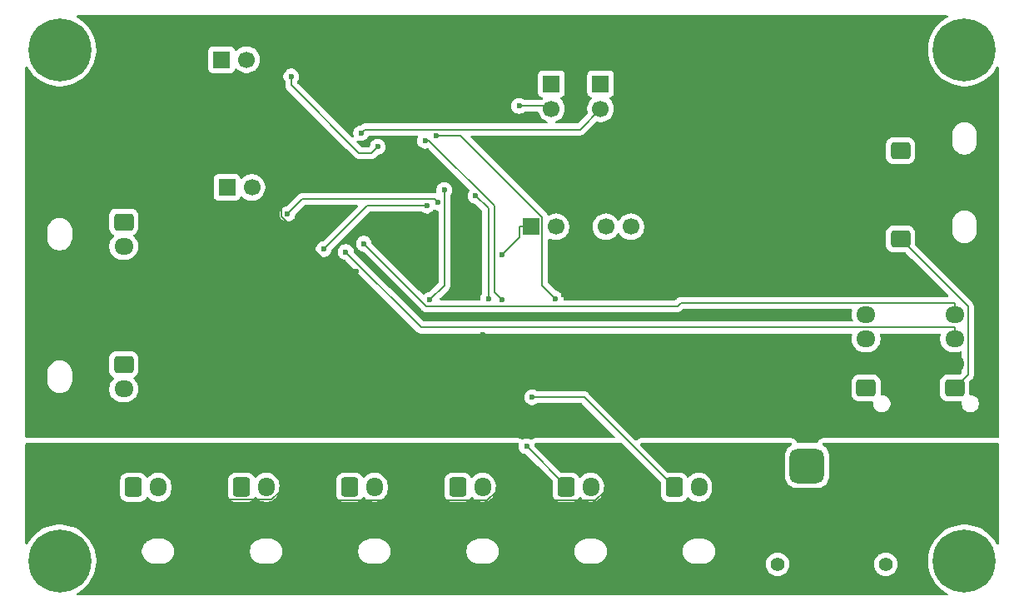
<source format=gbr>
%TF.GenerationSoftware,KiCad,Pcbnew,9.0.1*%
%TF.CreationDate,2025-05-30T13:55:45+09:00*%
%TF.ProjectId,ALTAIR_SERVO_MODULE_V6,414c5441-4952-45f5-9345-52564f5f4d4f,rev?*%
%TF.SameCoordinates,Original*%
%TF.FileFunction,Copper,L2,Bot*%
%TF.FilePolarity,Positive*%
%FSLAX46Y46*%
G04 Gerber Fmt 4.6, Leading zero omitted, Abs format (unit mm)*
G04 Created by KiCad (PCBNEW 9.0.1) date 2025-05-30 13:55:45*
%MOMM*%
%LPD*%
G01*
G04 APERTURE LIST*
G04 Aperture macros list*
%AMRoundRect*
0 Rectangle with rounded corners*
0 $1 Rounding radius*
0 $2 $3 $4 $5 $6 $7 $8 $9 X,Y pos of 4 corners*
0 Add a 4 corners polygon primitive as box body*
4,1,4,$2,$3,$4,$5,$6,$7,$8,$9,$2,$3,0*
0 Add four circle primitives for the rounded corners*
1,1,$1+$1,$2,$3*
1,1,$1+$1,$4,$5*
1,1,$1+$1,$6,$7*
1,1,$1+$1,$8,$9*
0 Add four rect primitives between the rounded corners*
20,1,$1+$1,$2,$3,$4,$5,0*
20,1,$1+$1,$4,$5,$6,$7,0*
20,1,$1+$1,$6,$7,$8,$9,0*
20,1,$1+$1,$8,$9,$2,$3,0*%
G04 Aperture macros list end*
%TA.AperFunction,ComponentPad*%
%ADD10RoundRect,0.250000X-0.600000X-0.725000X0.600000X-0.725000X0.600000X0.725000X-0.600000X0.725000X0*%
%TD*%
%TA.AperFunction,ComponentPad*%
%ADD11O,1.700000X1.950000*%
%TD*%
%TA.AperFunction,ComponentPad*%
%ADD12R,1.700000X1.700000*%
%TD*%
%TA.AperFunction,ComponentPad*%
%ADD13C,1.700000*%
%TD*%
%TA.AperFunction,ComponentPad*%
%ADD14RoundRect,0.250000X0.725000X-0.600000X0.725000X0.600000X-0.725000X0.600000X-0.725000X-0.600000X0*%
%TD*%
%TA.AperFunction,ComponentPad*%
%ADD15O,1.950000X1.700000*%
%TD*%
%TA.AperFunction,ComponentPad*%
%ADD16C,0.800000*%
%TD*%
%TA.AperFunction,ComponentPad*%
%ADD17C,6.400000*%
%TD*%
%TA.AperFunction,ComponentPad*%
%ADD18C,1.400000*%
%TD*%
%TA.AperFunction,ComponentPad*%
%ADD19RoundRect,0.770000X0.980000X0.980000X-0.980000X0.980000X-0.980000X-0.980000X0.980000X-0.980000X0*%
%TD*%
%TA.AperFunction,ComponentPad*%
%ADD20C,3.500000*%
%TD*%
%TA.AperFunction,ComponentPad*%
%ADD21RoundRect,0.250000X-0.725000X0.600000X-0.725000X-0.600000X0.725000X-0.600000X0.725000X0.600000X0*%
%TD*%
%TA.AperFunction,ViaPad*%
%ADD22C,0.600000*%
%TD*%
%TA.AperFunction,Conductor*%
%ADD23C,0.200000*%
%TD*%
G04 APERTURE END LIST*
D10*
%TO.P,M1,1,PWM*%
%TO.N,Net-(IC1-VO1_(OUTPUT_1))*%
X81500000Y-88500000D03*
D11*
%TO.P,M1,2,+*%
%TO.N,+8V*%
X84000000Y-88500000D03*
%TO.P,M1,3,-*%
%TO.N,GND1*%
X86500000Y-88500000D03*
%TD*%
D12*
%TO.P,J2,1,Pin_1*%
%TO.N,+3.3V*%
X129000000Y-47460000D03*
D13*
%TO.P,J2,2,Pin_2*%
%TO.N,SW*%
X129000000Y-50000000D03*
%TD*%
D14*
%TO.P,J6,1,Pin_1*%
%TO.N,+5V*%
X159500000Y-54250000D03*
D15*
%TO.P,J6,2,Pin_2*%
%TO.N,GND*%
X159500000Y-51750000D03*
%TD*%
D16*
%TO.P,H2,1*%
%TO.N,N/C*%
X71600000Y-44000000D03*
X72302944Y-42302944D03*
X72302944Y-45697056D03*
X74000000Y-41600000D03*
D17*
X74000000Y-44000000D03*
D16*
X74000000Y-46400000D03*
X75697056Y-42302944D03*
X75697056Y-45697056D03*
X76400000Y-44000000D03*
%TD*%
D14*
%TO.P,J15,1,Pin_1*%
%TO.N,+5V*%
X165000000Y-78400000D03*
D15*
%TO.P,J15,2,Pin_2*%
%TO.N,GND*%
X165000000Y-75900000D03*
%TO.P,J15,3,Pin_3*%
%TO.N,serial2_tx*%
X165000000Y-73400000D03*
%TO.P,J15,4,Pin_4*%
%TO.N,serial2_rx*%
X165000000Y-70900000D03*
%TD*%
D10*
%TO.P,M5,1,PWM*%
%TO.N,Net-(IC3-VO1_(OUTPUT_1))*%
X125500000Y-88500000D03*
D11*
%TO.P,M5,2,+*%
%TO.N,+8V*%
X128000000Y-88500000D03*
%TO.P,M5,3,-*%
%TO.N,GND1*%
X130500000Y-88500000D03*
%TD*%
D12*
%TO.P,J4,1,Pin_1*%
%TO.N,can1_H*%
X90460000Y-45000000D03*
D13*
%TO.P,J4,2,Pin_2*%
%TO.N,Net-(J4-Pin_2)*%
X93000000Y-45000000D03*
%TD*%
D18*
%TO.P,J8,*%
%TO.N,*%
X158000000Y-96325000D03*
X147000000Y-96325000D03*
D19*
%TO.P,J8,1,Pin_1*%
%TO.N,+8V*%
X150000000Y-86325000D03*
D20*
%TO.P,J8,2,Pin_2*%
%TO.N,GND1*%
X155000000Y-86325000D03*
%TD*%
D10*
%TO.P,M2,1,PWM*%
%TO.N,Net-(IC1-VO2_(OUTPUT_2))*%
X92500000Y-88500000D03*
D11*
%TO.P,M2,2,+*%
%TO.N,+8V*%
X95000000Y-88500000D03*
%TO.P,M2,3,-*%
%TO.N,GND1*%
X97500000Y-88500000D03*
%TD*%
D14*
%TO.P,J16,1,Pin_1*%
%TO.N,+5V*%
X156000000Y-78400000D03*
D15*
%TO.P,J16,2,Pin_2*%
%TO.N,GND*%
X156000000Y-75900000D03*
%TO.P,J16,3,Pin_3*%
%TO.N,serial3_rx*%
X156000000Y-73400000D03*
%TO.P,J16,4,Pin_4*%
%TO.N,serial3_tx*%
X156000000Y-70900000D03*
%TD*%
D12*
%TO.P,J1,1,Pin_1*%
%TO.N,+3.3V*%
X124000000Y-47460000D03*
D13*
%TO.P,J1,2,Pin_2*%
%TO.N,booto*%
X124000000Y-50000000D03*
%TD*%
D16*
%TO.P,H1,1*%
%TO.N,N/C*%
X71600000Y-96000000D03*
X72302944Y-94302944D03*
X72302944Y-97697056D03*
X74000000Y-93600000D03*
D17*
X74000000Y-96000000D03*
D16*
X74000000Y-98400000D03*
X75697056Y-94302944D03*
X75697056Y-97697056D03*
X76400000Y-96000000D03*
%TD*%
D12*
%TO.P,J5,1,Pin_1*%
%TO.N,can2_H*%
X91000000Y-58000000D03*
D13*
%TO.P,J5,2,Pin_2*%
%TO.N,Net-(J5-Pin_2)*%
X93540000Y-58000000D03*
%TD*%
D10*
%TO.P,M4,1,PWM*%
%TO.N,Net-(IC2-VO2_(OUTPUT_2))*%
X114500000Y-88500000D03*
D11*
%TO.P,M4,2,+*%
%TO.N,+8V*%
X117000000Y-88500000D03*
%TO.P,M4,3,-*%
%TO.N,GND1*%
X119500000Y-88500000D03*
%TD*%
D16*
%TO.P,H4,1*%
%TO.N,N/C*%
X163600000Y-96000000D03*
X164302944Y-94302944D03*
X164302944Y-97697056D03*
X166000000Y-93600000D03*
D17*
X166000000Y-96000000D03*
D16*
X166000000Y-98400000D03*
X167697056Y-94302944D03*
X167697056Y-97697056D03*
X168400000Y-96000000D03*
%TD*%
D21*
%TO.P,J14,1,Pin_1*%
%TO.N,can2_H*%
X80500000Y-76000000D03*
D15*
%TO.P,J14,2,Pin_2*%
%TO.N,can2_L*%
X80500000Y-78500000D03*
%TD*%
D10*
%TO.P,M3,1,PWM*%
%TO.N,Net-(IC2-VO1_(OUTPUT_1))*%
X103500000Y-88500000D03*
D11*
%TO.P,M3,2,+*%
%TO.N,+8V*%
X106000000Y-88500000D03*
%TO.P,M3,3,-*%
%TO.N,GND1*%
X108500000Y-88500000D03*
%TD*%
D12*
%TO.P,J3,1,Pin_1*%
%TO.N,+3.3V*%
X121920000Y-62000000D03*
D13*
%TO.P,J3,2,Pin_2*%
%TO.N,SWCLK*%
X124460000Y-62000000D03*
%TO.P,J3,3,Pin_3*%
%TO.N,GND*%
X127000000Y-62000000D03*
%TO.P,J3,4,Pin_4*%
%TO.N,SWDIO*%
X129540000Y-62000000D03*
%TO.P,J3,5,Pin_5*%
%TO.N,nrst*%
X132080000Y-62000000D03*
%TD*%
D21*
%TO.P,J13,1,Pin_1*%
%TO.N,can1_H*%
X80500000Y-61500000D03*
D15*
%TO.P,J13,2,Pin_2*%
%TO.N,can1_L*%
X80500000Y-64000000D03*
%TD*%
D10*
%TO.P,M6,1,PWM*%
%TO.N,Net-(IC3-VO2_(OUTPUT_2))*%
X136500000Y-88500000D03*
D11*
%TO.P,M6,2,+*%
%TO.N,+8V*%
X139000000Y-88500000D03*
%TO.P,M6,3,-*%
%TO.N,GND1*%
X141500000Y-88500000D03*
%TD*%
D14*
%TO.P,J7,1,Pin_1*%
%TO.N,+5V*%
X159500000Y-63250000D03*
D15*
%TO.P,J7,2,Pin_2*%
%TO.N,GND*%
X159500000Y-60750000D03*
%TD*%
D16*
%TO.P,H3,1*%
%TO.N,N/C*%
X163600000Y-44000000D03*
X164302944Y-42302944D03*
X164302944Y-45697056D03*
X166000000Y-41600000D03*
D17*
X166000000Y-44000000D03*
D16*
X166000000Y-46400000D03*
X167697056Y-42302944D03*
X167697056Y-45697056D03*
X168400000Y-44000000D03*
%TD*%
D22*
%TO.N,GND*%
X116583165Y-63432349D03*
X147000000Y-58000000D03*
X146000000Y-58000000D03*
X145000000Y-58000000D03*
X144000000Y-58000000D03*
X143000000Y-58000000D03*
X142000000Y-58000000D03*
X141000000Y-58000000D03*
X104000000Y-48000000D03*
X108000000Y-48000000D03*
%TO.N,can2_rx*%
X112482000Y-59539400D03*
X97155200Y-60697400D03*
%TO.N,can2_tx*%
X111319000Y-59853200D03*
X100845000Y-64266200D03*
%TO.N,can1_rx*%
X106336000Y-53859000D03*
X97545200Y-46713800D03*
%TO.N,B8*%
X112246000Y-52703500D03*
X124421000Y-69322500D03*
%TO.N,Net-(IC3-VO2_(OUTPUT_2))*%
X122058000Y-79329000D03*
%TO.N,B9*%
X111143000Y-53250900D03*
X118942000Y-69443100D03*
%TO.N,Net-(IC3-VO1_(OUTPUT_1))*%
X121474000Y-84333100D03*
%TO.N,A8*%
X116306000Y-58856600D03*
X117584000Y-69307600D03*
%TO.N,serial2_rx*%
X104921000Y-63728100D03*
%TO.N,serial2_tx*%
X103096000Y-64573700D03*
%TO.N,A9*%
X113100000Y-58249300D03*
X111615000Y-69451700D03*
%TO.N,SW*%
X104641000Y-52480700D03*
%TO.N,booto*%
X120710000Y-49718900D03*
%TO.N,+3.3V*%
X118956000Y-64879800D03*
%TO.N,GND*%
X114000000Y-71000000D03*
X122000000Y-71000000D03*
X117000000Y-73000000D03*
X109000000Y-73000000D03*
X104000000Y-71000000D03*
X104170900Y-66497200D03*
X119163000Y-53272400D03*
X147535500Y-53241900D03*
X125235100Y-68933600D03*
X89699000Y-53712000D03*
X99997200Y-55823700D03*
X95758000Y-51022300D03*
%TD*%
D23*
%TO.N,can2_rx*%
X98692600Y-59160000D02*
X97155200Y-60697400D01*
X112102000Y-59160000D02*
X98692600Y-59160000D01*
X112482000Y-59539400D02*
X112102000Y-59160000D01*
%TO.N,can2_tx*%
X105258000Y-59853200D02*
X100845000Y-64266200D01*
X111319000Y-59853200D02*
X105258000Y-59853200D01*
%TO.N,can1_rx*%
X97545200Y-47609700D02*
X97545200Y-46713800D01*
X104432000Y-54496700D02*
X97545200Y-47609700D01*
X105698000Y-54496700D02*
X104432000Y-54496700D01*
X106336000Y-53859000D02*
X105698000Y-54496700D01*
%TO.N,B8*%
X123070000Y-67971300D02*
X124421000Y-69322500D01*
X123070000Y-61007100D02*
X123070000Y-67971300D01*
X114767000Y-52703500D02*
X123070000Y-61007100D01*
X112246000Y-52703500D02*
X114767000Y-52703500D01*
%TO.N,Net-(IC3-VO2_(OUTPUT_2))*%
X127329000Y-79329000D02*
X136500000Y-88500000D01*
X122058000Y-79329000D02*
X127329000Y-79329000D01*
%TO.N,B9*%
X118184000Y-68684800D02*
X118942000Y-69443100D01*
X118184000Y-59872500D02*
X118184000Y-68684800D01*
X111562000Y-53250900D02*
X118184000Y-59872500D01*
X111143000Y-53250900D02*
X111562000Y-53250900D01*
%TO.N,Net-(IC3-VO1_(OUTPUT_1))*%
X125500000Y-88358800D02*
X125500000Y-88500000D01*
X121474000Y-84333100D02*
X125500000Y-88358800D01*
%TO.N,A8*%
X117584000Y-60133800D02*
X117584000Y-69307600D01*
X116306000Y-58856600D02*
X117584000Y-60133800D01*
%TO.N,serial2_rx*%
X111264000Y-70071600D02*
X104921000Y-63728100D01*
X136816000Y-70071600D02*
X111264000Y-70071600D01*
X137138000Y-69749900D02*
X136816000Y-70071600D01*
X165000000Y-69749900D02*
X137138000Y-69749900D01*
X165000000Y-70900000D02*
X165000000Y-69749900D01*
%TO.N,serial2_tx*%
X110772000Y-72249900D02*
X103096000Y-64573700D01*
X165000000Y-72249900D02*
X110772000Y-72249900D01*
X165000000Y-73400000D02*
X165000000Y-72249900D01*
%TO.N,A9*%
X113100000Y-67966900D02*
X111615000Y-69451700D01*
X113100000Y-58249300D02*
X113100000Y-67966900D01*
%TO.N,SW*%
X105019000Y-52103400D02*
X104641000Y-52480700D01*
X126897000Y-52103400D02*
X105019000Y-52103400D01*
X129000000Y-50000000D02*
X126897000Y-52103400D01*
%TO.N,booto*%
X123719000Y-49718900D02*
X124000000Y-50000000D01*
X120710000Y-49718900D02*
X123719000Y-49718900D01*
%TO.N,+5V*%
X166350000Y-77050200D02*
X165000000Y-78400000D01*
X166350000Y-70099800D02*
X166350000Y-77050200D01*
X159500000Y-63250000D02*
X166350000Y-70099800D01*
%TO.N,+3.3V*%
X120770000Y-63066400D02*
X118956000Y-64879800D01*
X120770000Y-62000000D02*
X120770000Y-63066400D01*
X121920000Y-62000000D02*
X120770000Y-62000000D01*
%TO.N,GND*%
X165000000Y-75900000D02*
X156000000Y-75900000D01*
X104170900Y-71000000D02*
X104000000Y-71000000D01*
X106170900Y-73000000D02*
X104170900Y-71000000D01*
X109000000Y-73000000D02*
X106170900Y-73000000D01*
X104170900Y-71000000D02*
X104170900Y-66497200D01*
X149027400Y-51750000D02*
X147535500Y-53241900D01*
X159500000Y-51750000D02*
X149027400Y-51750000D01*
X127000000Y-62000000D02*
X126700900Y-62000000D01*
X119163000Y-54462100D02*
X126700900Y-62000000D01*
X119163000Y-53272400D02*
X119163000Y-54462100D01*
X126700900Y-67467800D02*
X125235100Y-68933600D01*
X126700900Y-62000000D02*
X126700900Y-67467800D01*
X96496800Y-60971300D02*
X96496800Y-59032900D01*
X102022700Y-66497200D02*
X96496800Y-60971300D01*
X104170900Y-66497200D02*
X102022700Y-66497200D01*
X96788000Y-59032900D02*
X96496800Y-59032900D01*
X99997200Y-55823700D02*
X96788000Y-59032900D01*
X96496800Y-59032900D02*
X92122100Y-54658200D01*
X91175900Y-53712000D02*
X92122100Y-54658200D01*
X89699000Y-53712000D02*
X91175900Y-53712000D01*
X92122100Y-54658200D02*
X95758000Y-51022300D01*
%TO.N,GND1*%
X154325000Y-87000000D02*
X155000000Y-87000000D01*
X152249000Y-89075800D02*
X154325000Y-87000000D01*
X143226000Y-89075800D02*
X152249000Y-89075800D01*
X142650000Y-88500000D02*
X143226000Y-89075800D01*
X141500000Y-88500000D02*
X142650000Y-88500000D01*
X96349900Y-88500000D02*
X97500000Y-88500000D01*
X96349900Y-88931300D02*
X96349900Y-88500000D01*
X95505000Y-89776200D02*
X96349900Y-88931300D01*
X88926300Y-89776200D02*
X95505000Y-89776200D01*
X87650100Y-88500000D02*
X88926300Y-89776200D01*
X86500000Y-88500000D02*
X87650100Y-88500000D01*
X120650000Y-88500000D02*
X119500000Y-88500000D01*
X121966000Y-89815900D02*
X120650000Y-88500000D01*
X128485000Y-89815900D02*
X121966000Y-89815900D01*
X129350000Y-88951200D02*
X128485000Y-89815900D01*
X129350000Y-88500000D02*
X129350000Y-88951200D01*
X130500000Y-88500000D02*
X129350000Y-88500000D01*
X108500000Y-88500000D02*
X108500000Y-89775100D01*
X98650100Y-88500000D02*
X97500000Y-88500000D01*
X99942400Y-89792300D02*
X98650100Y-88500000D01*
X108483000Y-89792300D02*
X99942400Y-89792300D01*
X108500000Y-89775100D02*
X108483000Y-89792300D01*
X118350000Y-88500000D02*
X119500000Y-88500000D01*
X118350000Y-88951200D02*
X118350000Y-88500000D01*
X117484000Y-89816600D02*
X118350000Y-88951200D01*
X108542000Y-89816600D02*
X117484000Y-89816600D01*
X108500000Y-89775100D02*
X108542000Y-89816600D01*
%TD*%
%TA.AperFunction,Conductor*%
%TO.N,GND1*%
G36*
X120640020Y-84019685D02*
G01*
X120685775Y-84072489D01*
X120695719Y-84141647D01*
X120694598Y-84148192D01*
X120673500Y-84254255D01*
X120673500Y-84411946D01*
X120704261Y-84566589D01*
X120704264Y-84566601D01*
X120764602Y-84712272D01*
X120764609Y-84712285D01*
X120852210Y-84843388D01*
X120852213Y-84843392D01*
X120963707Y-84954886D01*
X120963711Y-84954889D01*
X121094814Y-85042490D01*
X121094827Y-85042497D01*
X121240498Y-85102835D01*
X121240503Y-85102837D01*
X121302656Y-85115200D01*
X121395884Y-85133745D01*
X121457795Y-85166130D01*
X121459371Y-85167677D01*
X122611048Y-86319267D01*
X124113178Y-87821285D01*
X124146665Y-87882606D01*
X124149500Y-87908969D01*
X124149500Y-89275001D01*
X124149501Y-89275018D01*
X124160000Y-89377796D01*
X124160001Y-89377799D01*
X124205894Y-89516294D01*
X124215186Y-89544334D01*
X124307288Y-89693656D01*
X124431344Y-89817712D01*
X124580666Y-89909814D01*
X124747203Y-89964999D01*
X124849991Y-89975500D01*
X126150008Y-89975499D01*
X126252797Y-89964999D01*
X126419334Y-89909814D01*
X126568656Y-89817712D01*
X126692712Y-89693656D01*
X126784814Y-89544334D01*
X126784814Y-89544331D01*
X126788178Y-89538879D01*
X126840126Y-89492154D01*
X126909088Y-89480931D01*
X126973170Y-89508774D01*
X126981398Y-89516294D01*
X127120213Y-89655109D01*
X127292179Y-89780048D01*
X127292181Y-89780049D01*
X127292184Y-89780051D01*
X127481588Y-89876557D01*
X127683757Y-89942246D01*
X127893713Y-89975500D01*
X127893714Y-89975500D01*
X128106286Y-89975500D01*
X128106287Y-89975500D01*
X128316243Y-89942246D01*
X128518412Y-89876557D01*
X128707816Y-89780051D01*
X128729789Y-89764086D01*
X128879786Y-89655109D01*
X128879788Y-89655106D01*
X128879792Y-89655104D01*
X129030104Y-89504792D01*
X129030106Y-89504788D01*
X129030109Y-89504786D01*
X129155048Y-89332820D01*
X129155047Y-89332820D01*
X129155051Y-89332816D01*
X129251557Y-89143412D01*
X129317246Y-88941243D01*
X129350500Y-88731287D01*
X129350500Y-88268713D01*
X129317246Y-88058757D01*
X129251557Y-87856588D01*
X129155051Y-87667184D01*
X129155049Y-87667181D01*
X129155048Y-87667179D01*
X129030109Y-87495213D01*
X128879786Y-87344890D01*
X128707820Y-87219951D01*
X128518414Y-87123444D01*
X128518413Y-87123443D01*
X128518412Y-87123443D01*
X128316243Y-87057754D01*
X128316241Y-87057753D01*
X128316240Y-87057753D01*
X128154957Y-87032208D01*
X128106287Y-87024500D01*
X127893713Y-87024500D01*
X127845042Y-87032208D01*
X127683760Y-87057753D01*
X127481585Y-87123444D01*
X127292179Y-87219951D01*
X127120215Y-87344889D01*
X126981398Y-87483706D01*
X126920075Y-87517190D01*
X126850383Y-87512206D01*
X126794450Y-87470334D01*
X126788178Y-87461120D01*
X126692712Y-87306344D01*
X126568657Y-87182289D01*
X126568656Y-87182288D01*
X126419334Y-87090186D01*
X126252797Y-87035001D01*
X126252795Y-87035000D01*
X126150016Y-87024500D01*
X126150009Y-87024500D01*
X125066228Y-87024500D01*
X124999189Y-87004815D01*
X124978550Y-86988184D01*
X122308569Y-84318401D01*
X122299505Y-84301803D01*
X122286372Y-84288193D01*
X122275968Y-84258703D01*
X122275082Y-84257080D01*
X122274630Y-84254909D01*
X122253402Y-84148192D01*
X122259629Y-84078600D01*
X122302492Y-84023423D01*
X122368381Y-84000178D01*
X122375019Y-84000000D01*
X131099402Y-84000000D01*
X131166441Y-84019685D01*
X131187083Y-84036319D01*
X135113181Y-87962417D01*
X135146666Y-88023740D01*
X135149500Y-88050098D01*
X135149500Y-89275001D01*
X135149501Y-89275018D01*
X135160000Y-89377796D01*
X135160001Y-89377799D01*
X135205894Y-89516294D01*
X135215186Y-89544334D01*
X135307288Y-89693656D01*
X135431344Y-89817712D01*
X135580666Y-89909814D01*
X135747203Y-89964999D01*
X135849991Y-89975500D01*
X137150008Y-89975499D01*
X137252797Y-89964999D01*
X137419334Y-89909814D01*
X137568656Y-89817712D01*
X137692712Y-89693656D01*
X137784814Y-89544334D01*
X137784814Y-89544331D01*
X137788178Y-89538879D01*
X137840126Y-89492154D01*
X137909088Y-89480931D01*
X137973170Y-89508774D01*
X137981398Y-89516294D01*
X138120213Y-89655109D01*
X138292179Y-89780048D01*
X138292181Y-89780049D01*
X138292184Y-89780051D01*
X138481588Y-89876557D01*
X138683757Y-89942246D01*
X138893713Y-89975500D01*
X138893714Y-89975500D01*
X139106286Y-89975500D01*
X139106287Y-89975500D01*
X139316243Y-89942246D01*
X139518412Y-89876557D01*
X139707816Y-89780051D01*
X139729789Y-89764086D01*
X139879786Y-89655109D01*
X139879788Y-89655106D01*
X139879792Y-89655104D01*
X140030104Y-89504792D01*
X140030106Y-89504788D01*
X140030109Y-89504786D01*
X140155048Y-89332820D01*
X140155047Y-89332820D01*
X140155051Y-89332816D01*
X140251557Y-89143412D01*
X140317246Y-88941243D01*
X140350500Y-88731287D01*
X140350500Y-88268713D01*
X140317246Y-88058757D01*
X140251557Y-87856588D01*
X140155051Y-87667184D01*
X140155049Y-87667181D01*
X140155048Y-87667179D01*
X140030109Y-87495213D01*
X139879786Y-87344890D01*
X139707820Y-87219951D01*
X139518414Y-87123444D01*
X139518413Y-87123443D01*
X139518412Y-87123443D01*
X139316243Y-87057754D01*
X139316241Y-87057753D01*
X139316240Y-87057753D01*
X139154957Y-87032208D01*
X139106287Y-87024500D01*
X138893713Y-87024500D01*
X138845042Y-87032208D01*
X138683760Y-87057753D01*
X138481585Y-87123444D01*
X138292179Y-87219951D01*
X138120215Y-87344889D01*
X137981398Y-87483706D01*
X137920075Y-87517190D01*
X137850383Y-87512206D01*
X137794450Y-87470334D01*
X137788178Y-87461120D01*
X137692712Y-87306344D01*
X137568657Y-87182289D01*
X137568656Y-87182288D01*
X137419334Y-87090186D01*
X137252797Y-87035001D01*
X137252795Y-87035000D01*
X137150016Y-87024500D01*
X137150009Y-87024500D01*
X135925098Y-87024500D01*
X135858059Y-87004815D01*
X135837417Y-86988181D01*
X133060917Y-84211681D01*
X133027432Y-84150358D01*
X133032416Y-84080666D01*
X133074288Y-84024733D01*
X133139752Y-84000316D01*
X133148598Y-84000000D01*
X148336164Y-84000000D01*
X148403203Y-84019685D01*
X148448958Y-84072489D01*
X148458902Y-84141647D01*
X148429877Y-84205203D01*
X148394603Y-84231551D01*
X148395302Y-84232783D01*
X148390456Y-84235531D01*
X148202485Y-84365759D01*
X148202473Y-84365769D01*
X148040769Y-84527473D01*
X148040759Y-84527485D01*
X147910531Y-84715456D01*
X147910528Y-84715462D01*
X147815949Y-84923684D01*
X147760070Y-85145447D01*
X147749500Y-85279747D01*
X147749500Y-87370238D01*
X147749501Y-87370253D01*
X147756223Y-87455663D01*
X147760070Y-87504553D01*
X147801196Y-87667764D01*
X147815949Y-87726315D01*
X147910528Y-87934537D01*
X147910531Y-87934543D01*
X148040759Y-88122514D01*
X148040763Y-88122519D01*
X148040766Y-88122523D01*
X148202477Y-88284234D01*
X148202481Y-88284237D01*
X148202485Y-88284240D01*
X148390456Y-88414468D01*
X148390462Y-88414471D01*
X148390463Y-88414471D01*
X148390464Y-88414472D01*
X148598684Y-88509051D01*
X148820447Y-88564930D01*
X148954753Y-88575500D01*
X151045246Y-88575499D01*
X151179553Y-88564930D01*
X151401316Y-88509051D01*
X151609536Y-88414472D01*
X151609538Y-88414470D01*
X151609543Y-88414468D01*
X151797514Y-88284240D01*
X151797523Y-88284234D01*
X151959234Y-88122523D01*
X152009410Y-88050098D01*
X152089468Y-87934543D01*
X152089471Y-87934537D01*
X152089472Y-87934536D01*
X152184051Y-87726316D01*
X152239930Y-87504553D01*
X152250500Y-87370247D01*
X152250499Y-85279754D01*
X152239930Y-85145447D01*
X152184051Y-84923684D01*
X152089472Y-84715464D01*
X152089471Y-84715462D01*
X152089468Y-84715456D01*
X151959240Y-84527485D01*
X151959237Y-84527481D01*
X151959234Y-84527477D01*
X151797523Y-84365766D01*
X151797519Y-84365763D01*
X151797514Y-84365759D01*
X151609543Y-84235531D01*
X151604698Y-84232783D01*
X151605712Y-84230994D01*
X151559659Y-84191255D01*
X151539836Y-84124256D01*
X151559382Y-84057176D01*
X151612092Y-84011312D01*
X151663836Y-84000000D01*
X169375500Y-84000000D01*
X169442539Y-84019685D01*
X169488294Y-84072489D01*
X169499500Y-84124000D01*
X169499500Y-94201991D01*
X169479815Y-94269030D01*
X169427011Y-94314785D01*
X169357853Y-94324729D01*
X169294297Y-94295704D01*
X169266142Y-94260444D01*
X169177859Y-94095279D01*
X169177858Y-94095277D01*
X169177853Y-94095268D01*
X168975854Y-93792956D01*
X168745197Y-93511899D01*
X168745196Y-93511898D01*
X168745192Y-93511893D01*
X168488106Y-93254807D01*
X168207049Y-93024150D01*
X168207048Y-93024149D01*
X168207044Y-93024146D01*
X167904732Y-92822147D01*
X167904727Y-92822144D01*
X167904720Y-92822140D01*
X167584083Y-92650756D01*
X167584078Y-92650754D01*
X167248165Y-92511614D01*
X166900223Y-92406067D01*
X166900212Y-92406064D01*
X166543630Y-92335137D01*
X166271111Y-92308296D01*
X166181794Y-92299500D01*
X165818206Y-92299500D01*
X165735679Y-92307628D01*
X165456369Y-92335137D01*
X165099787Y-92406064D01*
X165099776Y-92406067D01*
X164751834Y-92511614D01*
X164415921Y-92650754D01*
X164415916Y-92650756D01*
X164095279Y-92822140D01*
X164095261Y-92822151D01*
X163792964Y-93024140D01*
X163792950Y-93024150D01*
X163511893Y-93254807D01*
X163254807Y-93511893D01*
X163024150Y-93792950D01*
X163024140Y-93792964D01*
X162822151Y-94095261D01*
X162822140Y-94095279D01*
X162650756Y-94415916D01*
X162650754Y-94415921D01*
X162511614Y-94751834D01*
X162406067Y-95099776D01*
X162406064Y-95099787D01*
X162335137Y-95456369D01*
X162311556Y-95695800D01*
X162299500Y-95818206D01*
X162299500Y-96181794D01*
X162304299Y-96230519D01*
X162335137Y-96543630D01*
X162406064Y-96900212D01*
X162406067Y-96900223D01*
X162511614Y-97248165D01*
X162650754Y-97584078D01*
X162650756Y-97584083D01*
X162822140Y-97904720D01*
X162822151Y-97904738D01*
X163024140Y-98207035D01*
X163024150Y-98207049D01*
X163254807Y-98488106D01*
X163511893Y-98745192D01*
X163511898Y-98745196D01*
X163511899Y-98745197D01*
X163792956Y-98975854D01*
X164095268Y-99177853D01*
X164095277Y-99177858D01*
X164095279Y-99177859D01*
X164260445Y-99266142D01*
X164310289Y-99315104D01*
X164325750Y-99383242D01*
X164301918Y-99448921D01*
X164246361Y-99491290D01*
X164201992Y-99499500D01*
X75798008Y-99499500D01*
X75730969Y-99479815D01*
X75685214Y-99427011D01*
X75675270Y-99357853D01*
X75704295Y-99294297D01*
X75739555Y-99266142D01*
X75838608Y-99213197D01*
X75904732Y-99177853D01*
X76207044Y-98975854D01*
X76488101Y-98745197D01*
X76745197Y-98488101D01*
X76975854Y-98207044D01*
X77177853Y-97904732D01*
X77349247Y-97584076D01*
X77488386Y-97248164D01*
X77593930Y-96900233D01*
X77593932Y-96900223D01*
X77593935Y-96900212D01*
X77664862Y-96543630D01*
X77695701Y-96230519D01*
X77700500Y-96181794D01*
X77700500Y-95818206D01*
X77664862Y-95456369D01*
X77655502Y-95409312D01*
X77593935Y-95099787D01*
X77593932Y-95099776D01*
X77593931Y-95099773D01*
X77593930Y-95099767D01*
X77533810Y-94901577D01*
X82349500Y-94901577D01*
X82349500Y-95098422D01*
X82380290Y-95292826D01*
X82441117Y-95480029D01*
X82530476Y-95655405D01*
X82646172Y-95814646D01*
X82785354Y-95953828D01*
X82944595Y-96069524D01*
X83027455Y-96111743D01*
X83119970Y-96158882D01*
X83119972Y-96158882D01*
X83119975Y-96158884D01*
X83220317Y-96191487D01*
X83307173Y-96219709D01*
X83501578Y-96250500D01*
X83501583Y-96250500D01*
X84498422Y-96250500D01*
X84692826Y-96219709D01*
X84880025Y-96158884D01*
X85055405Y-96069524D01*
X85214646Y-95953828D01*
X85353828Y-95814646D01*
X85469524Y-95655405D01*
X85558884Y-95480025D01*
X85619709Y-95292826D01*
X85632439Y-95212453D01*
X85650500Y-95098422D01*
X85650500Y-94901577D01*
X93349500Y-94901577D01*
X93349500Y-95098422D01*
X93380290Y-95292826D01*
X93441117Y-95480029D01*
X93530476Y-95655405D01*
X93646172Y-95814646D01*
X93785354Y-95953828D01*
X93944595Y-96069524D01*
X94027455Y-96111743D01*
X94119970Y-96158882D01*
X94119972Y-96158882D01*
X94119975Y-96158884D01*
X94220317Y-96191487D01*
X94307173Y-96219709D01*
X94501578Y-96250500D01*
X94501583Y-96250500D01*
X95498422Y-96250500D01*
X95692826Y-96219709D01*
X95880025Y-96158884D01*
X96055405Y-96069524D01*
X96214646Y-95953828D01*
X96353828Y-95814646D01*
X96469524Y-95655405D01*
X96558884Y-95480025D01*
X96619709Y-95292826D01*
X96632439Y-95212453D01*
X96650500Y-95098422D01*
X96650500Y-94901577D01*
X104349500Y-94901577D01*
X104349500Y-95098422D01*
X104380290Y-95292826D01*
X104441117Y-95480029D01*
X104530476Y-95655405D01*
X104646172Y-95814646D01*
X104785354Y-95953828D01*
X104944595Y-96069524D01*
X105027455Y-96111743D01*
X105119970Y-96158882D01*
X105119972Y-96158882D01*
X105119975Y-96158884D01*
X105220317Y-96191487D01*
X105307173Y-96219709D01*
X105501578Y-96250500D01*
X105501583Y-96250500D01*
X106498422Y-96250500D01*
X106692826Y-96219709D01*
X106880025Y-96158884D01*
X107055405Y-96069524D01*
X107214646Y-95953828D01*
X107353828Y-95814646D01*
X107469524Y-95655405D01*
X107558884Y-95480025D01*
X107619709Y-95292826D01*
X107632439Y-95212453D01*
X107650500Y-95098422D01*
X107650500Y-94901577D01*
X115349500Y-94901577D01*
X115349500Y-95098422D01*
X115380290Y-95292826D01*
X115441117Y-95480029D01*
X115530476Y-95655405D01*
X115646172Y-95814646D01*
X115785354Y-95953828D01*
X115944595Y-96069524D01*
X116027455Y-96111743D01*
X116119970Y-96158882D01*
X116119972Y-96158882D01*
X116119975Y-96158884D01*
X116220317Y-96191487D01*
X116307173Y-96219709D01*
X116501578Y-96250500D01*
X116501583Y-96250500D01*
X117498422Y-96250500D01*
X117692826Y-96219709D01*
X117880025Y-96158884D01*
X118055405Y-96069524D01*
X118214646Y-95953828D01*
X118353828Y-95814646D01*
X118469524Y-95655405D01*
X118558884Y-95480025D01*
X118619709Y-95292826D01*
X118632439Y-95212453D01*
X118650500Y-95098422D01*
X118650500Y-94901577D01*
X126349500Y-94901577D01*
X126349500Y-95098422D01*
X126380290Y-95292826D01*
X126441117Y-95480029D01*
X126530476Y-95655405D01*
X126646172Y-95814646D01*
X126785354Y-95953828D01*
X126944595Y-96069524D01*
X127027455Y-96111743D01*
X127119970Y-96158882D01*
X127119972Y-96158882D01*
X127119975Y-96158884D01*
X127220317Y-96191487D01*
X127307173Y-96219709D01*
X127501578Y-96250500D01*
X127501583Y-96250500D01*
X128498422Y-96250500D01*
X128692826Y-96219709D01*
X128880025Y-96158884D01*
X129055405Y-96069524D01*
X129214646Y-95953828D01*
X129353828Y-95814646D01*
X129469524Y-95655405D01*
X129558884Y-95480025D01*
X129619709Y-95292826D01*
X129632439Y-95212453D01*
X129650500Y-95098422D01*
X129650500Y-94901577D01*
X137349500Y-94901577D01*
X137349500Y-95098422D01*
X137380290Y-95292826D01*
X137441117Y-95480029D01*
X137530476Y-95655405D01*
X137646172Y-95814646D01*
X137785354Y-95953828D01*
X137944595Y-96069524D01*
X138027455Y-96111743D01*
X138119970Y-96158882D01*
X138119972Y-96158882D01*
X138119975Y-96158884D01*
X138220317Y-96191487D01*
X138307173Y-96219709D01*
X138501578Y-96250500D01*
X138501583Y-96250500D01*
X139498422Y-96250500D01*
X139624613Y-96230513D01*
X145799500Y-96230513D01*
X145799500Y-96419486D01*
X145829059Y-96606118D01*
X145887454Y-96785836D01*
X145945732Y-96900212D01*
X145973240Y-96954199D01*
X146084310Y-97107073D01*
X146217927Y-97240690D01*
X146370801Y-97351760D01*
X146450347Y-97392290D01*
X146539163Y-97437545D01*
X146539165Y-97437545D01*
X146539168Y-97437547D01*
X146635497Y-97468846D01*
X146718881Y-97495940D01*
X146905514Y-97525500D01*
X146905519Y-97525500D01*
X147094486Y-97525500D01*
X147281118Y-97495940D01*
X147460832Y-97437547D01*
X147629199Y-97351760D01*
X147782073Y-97240690D01*
X147915690Y-97107073D01*
X148026760Y-96954199D01*
X148112547Y-96785832D01*
X148170940Y-96606118D01*
X148180837Y-96543630D01*
X148200500Y-96419486D01*
X148200500Y-96230513D01*
X156799500Y-96230513D01*
X156799500Y-96419486D01*
X156829059Y-96606118D01*
X156887454Y-96785836D01*
X156945732Y-96900212D01*
X156973240Y-96954199D01*
X157084310Y-97107073D01*
X157217927Y-97240690D01*
X157370801Y-97351760D01*
X157450347Y-97392290D01*
X157539163Y-97437545D01*
X157539165Y-97437545D01*
X157539168Y-97437547D01*
X157635497Y-97468846D01*
X157718881Y-97495940D01*
X157905514Y-97525500D01*
X157905519Y-97525500D01*
X158094486Y-97525500D01*
X158281118Y-97495940D01*
X158460832Y-97437547D01*
X158629199Y-97351760D01*
X158782073Y-97240690D01*
X158915690Y-97107073D01*
X159026760Y-96954199D01*
X159112547Y-96785832D01*
X159170940Y-96606118D01*
X159180837Y-96543630D01*
X159200500Y-96419486D01*
X159200500Y-96230513D01*
X159170940Y-96043881D01*
X159141679Y-95953828D01*
X159112547Y-95864168D01*
X159112545Y-95864165D01*
X159112545Y-95864163D01*
X159026759Y-95695800D01*
X158997410Y-95655405D01*
X158915690Y-95542927D01*
X158782073Y-95409310D01*
X158629199Y-95298240D01*
X158460836Y-95212454D01*
X158281118Y-95154059D01*
X158094486Y-95124500D01*
X158094481Y-95124500D01*
X157905519Y-95124500D01*
X157905514Y-95124500D01*
X157718881Y-95154059D01*
X157539163Y-95212454D01*
X157370800Y-95298240D01*
X157283579Y-95361610D01*
X157217927Y-95409310D01*
X157217925Y-95409312D01*
X157217924Y-95409312D01*
X157084312Y-95542924D01*
X157084312Y-95542925D01*
X157084310Y-95542927D01*
X157036610Y-95608579D01*
X156973240Y-95695800D01*
X156887454Y-95864163D01*
X156829059Y-96043881D01*
X156799500Y-96230513D01*
X148200500Y-96230513D01*
X148170940Y-96043881D01*
X148141679Y-95953828D01*
X148112547Y-95864168D01*
X148112545Y-95864165D01*
X148112545Y-95864163D01*
X148026759Y-95695800D01*
X147997410Y-95655405D01*
X147915690Y-95542927D01*
X147782073Y-95409310D01*
X147629199Y-95298240D01*
X147460836Y-95212454D01*
X147281118Y-95154059D01*
X147094486Y-95124500D01*
X147094481Y-95124500D01*
X146905519Y-95124500D01*
X146905514Y-95124500D01*
X146718881Y-95154059D01*
X146539163Y-95212454D01*
X146370800Y-95298240D01*
X146283579Y-95361610D01*
X146217927Y-95409310D01*
X146217925Y-95409312D01*
X146217924Y-95409312D01*
X146084312Y-95542924D01*
X146084312Y-95542925D01*
X146084310Y-95542927D01*
X146036610Y-95608579D01*
X145973240Y-95695800D01*
X145887454Y-95864163D01*
X145829059Y-96043881D01*
X145799500Y-96230513D01*
X139624613Y-96230513D01*
X139692826Y-96219709D01*
X139880025Y-96158884D01*
X140055405Y-96069524D01*
X140214646Y-95953828D01*
X140353828Y-95814646D01*
X140469524Y-95655405D01*
X140558884Y-95480025D01*
X140619709Y-95292826D01*
X140632439Y-95212453D01*
X140650500Y-95098422D01*
X140650500Y-94901577D01*
X140619709Y-94707173D01*
X140558882Y-94519970D01*
X140469523Y-94344594D01*
X140353828Y-94185354D01*
X140214646Y-94046172D01*
X140055405Y-93930476D01*
X139880029Y-93841117D01*
X139692826Y-93780290D01*
X139498422Y-93749500D01*
X139498417Y-93749500D01*
X138501583Y-93749500D01*
X138501578Y-93749500D01*
X138307173Y-93780290D01*
X138119970Y-93841117D01*
X137944594Y-93930476D01*
X137853741Y-93996485D01*
X137785354Y-94046172D01*
X137785352Y-94046174D01*
X137785351Y-94046174D01*
X137646174Y-94185351D01*
X137646174Y-94185352D01*
X137646172Y-94185354D01*
X137601848Y-94246360D01*
X137530476Y-94344594D01*
X137441117Y-94519970D01*
X137380290Y-94707173D01*
X137349500Y-94901577D01*
X129650500Y-94901577D01*
X129619709Y-94707173D01*
X129558882Y-94519970D01*
X129469523Y-94344594D01*
X129353828Y-94185354D01*
X129214646Y-94046172D01*
X129055405Y-93930476D01*
X128880029Y-93841117D01*
X128692826Y-93780290D01*
X128498422Y-93749500D01*
X128498417Y-93749500D01*
X127501583Y-93749500D01*
X127501578Y-93749500D01*
X127307173Y-93780290D01*
X127119970Y-93841117D01*
X126944594Y-93930476D01*
X126853741Y-93996485D01*
X126785354Y-94046172D01*
X126785352Y-94046174D01*
X126785351Y-94046174D01*
X126646174Y-94185351D01*
X126646174Y-94185352D01*
X126646172Y-94185354D01*
X126601848Y-94246360D01*
X126530476Y-94344594D01*
X126441117Y-94519970D01*
X126380290Y-94707173D01*
X126349500Y-94901577D01*
X118650500Y-94901577D01*
X118619709Y-94707173D01*
X118558882Y-94519970D01*
X118469523Y-94344594D01*
X118353828Y-94185354D01*
X118214646Y-94046172D01*
X118055405Y-93930476D01*
X117880029Y-93841117D01*
X117692826Y-93780290D01*
X117498422Y-93749500D01*
X117498417Y-93749500D01*
X116501583Y-93749500D01*
X116501578Y-93749500D01*
X116307173Y-93780290D01*
X116119970Y-93841117D01*
X115944594Y-93930476D01*
X115853741Y-93996485D01*
X115785354Y-94046172D01*
X115785352Y-94046174D01*
X115785351Y-94046174D01*
X115646174Y-94185351D01*
X115646174Y-94185352D01*
X115646172Y-94185354D01*
X115601848Y-94246360D01*
X115530476Y-94344594D01*
X115441117Y-94519970D01*
X115380290Y-94707173D01*
X115349500Y-94901577D01*
X107650500Y-94901577D01*
X107619709Y-94707173D01*
X107558882Y-94519970D01*
X107469523Y-94344594D01*
X107353828Y-94185354D01*
X107214646Y-94046172D01*
X107055405Y-93930476D01*
X106880029Y-93841117D01*
X106692826Y-93780290D01*
X106498422Y-93749500D01*
X106498417Y-93749500D01*
X105501583Y-93749500D01*
X105501578Y-93749500D01*
X105307173Y-93780290D01*
X105119970Y-93841117D01*
X104944594Y-93930476D01*
X104853741Y-93996485D01*
X104785354Y-94046172D01*
X104785352Y-94046174D01*
X104785351Y-94046174D01*
X104646174Y-94185351D01*
X104646174Y-94185352D01*
X104646172Y-94185354D01*
X104601848Y-94246360D01*
X104530476Y-94344594D01*
X104441117Y-94519970D01*
X104380290Y-94707173D01*
X104349500Y-94901577D01*
X96650500Y-94901577D01*
X96619709Y-94707173D01*
X96558882Y-94519970D01*
X96469523Y-94344594D01*
X96353828Y-94185354D01*
X96214646Y-94046172D01*
X96055405Y-93930476D01*
X95880029Y-93841117D01*
X95692826Y-93780290D01*
X95498422Y-93749500D01*
X95498417Y-93749500D01*
X94501583Y-93749500D01*
X94501578Y-93749500D01*
X94307173Y-93780290D01*
X94119970Y-93841117D01*
X93944594Y-93930476D01*
X93853741Y-93996485D01*
X93785354Y-94046172D01*
X93785352Y-94046174D01*
X93785351Y-94046174D01*
X93646174Y-94185351D01*
X93646174Y-94185352D01*
X93646172Y-94185354D01*
X93601848Y-94246360D01*
X93530476Y-94344594D01*
X93441117Y-94519970D01*
X93380290Y-94707173D01*
X93349500Y-94901577D01*
X85650500Y-94901577D01*
X85619709Y-94707173D01*
X85558882Y-94519970D01*
X85469523Y-94344594D01*
X85353828Y-94185354D01*
X85214646Y-94046172D01*
X85055405Y-93930476D01*
X84880029Y-93841117D01*
X84692826Y-93780290D01*
X84498422Y-93749500D01*
X84498417Y-93749500D01*
X83501583Y-93749500D01*
X83501578Y-93749500D01*
X83307173Y-93780290D01*
X83119970Y-93841117D01*
X82944594Y-93930476D01*
X82853741Y-93996485D01*
X82785354Y-94046172D01*
X82785352Y-94046174D01*
X82785351Y-94046174D01*
X82646174Y-94185351D01*
X82646174Y-94185352D01*
X82646172Y-94185354D01*
X82601848Y-94246360D01*
X82530476Y-94344594D01*
X82441117Y-94519970D01*
X82380290Y-94707173D01*
X82349500Y-94901577D01*
X77533810Y-94901577D01*
X77488386Y-94751836D01*
X77349247Y-94415924D01*
X77311120Y-94344594D01*
X77177859Y-94095279D01*
X77177858Y-94095277D01*
X77177853Y-94095268D01*
X76975854Y-93792956D01*
X76745197Y-93511899D01*
X76745196Y-93511898D01*
X76745192Y-93511893D01*
X76488106Y-93254807D01*
X76207049Y-93024150D01*
X76207048Y-93024149D01*
X76207044Y-93024146D01*
X75904732Y-92822147D01*
X75904727Y-92822144D01*
X75904720Y-92822140D01*
X75584083Y-92650756D01*
X75584078Y-92650754D01*
X75248165Y-92511614D01*
X74900223Y-92406067D01*
X74900212Y-92406064D01*
X74543630Y-92335137D01*
X74271111Y-92308296D01*
X74181794Y-92299500D01*
X73818206Y-92299500D01*
X73735679Y-92307628D01*
X73456369Y-92335137D01*
X73099787Y-92406064D01*
X73099776Y-92406067D01*
X72751834Y-92511614D01*
X72415921Y-92650754D01*
X72415916Y-92650756D01*
X72095279Y-92822140D01*
X72095261Y-92822151D01*
X71792964Y-93024140D01*
X71792950Y-93024150D01*
X71511893Y-93254807D01*
X71254807Y-93511893D01*
X71024150Y-93792950D01*
X71024140Y-93792964D01*
X70822151Y-94095261D01*
X70822140Y-94095279D01*
X70733858Y-94260444D01*
X70684896Y-94310289D01*
X70616758Y-94325749D01*
X70551078Y-94301917D01*
X70508710Y-94246360D01*
X70500500Y-94201991D01*
X70500500Y-87724983D01*
X80149500Y-87724983D01*
X80149500Y-89275001D01*
X80149501Y-89275018D01*
X80160000Y-89377796D01*
X80160001Y-89377799D01*
X80205894Y-89516294D01*
X80215186Y-89544334D01*
X80307288Y-89693656D01*
X80431344Y-89817712D01*
X80580666Y-89909814D01*
X80747203Y-89964999D01*
X80849991Y-89975500D01*
X82150008Y-89975499D01*
X82252797Y-89964999D01*
X82419334Y-89909814D01*
X82568656Y-89817712D01*
X82692712Y-89693656D01*
X82784814Y-89544334D01*
X82784814Y-89544331D01*
X82788178Y-89538879D01*
X82840126Y-89492154D01*
X82909088Y-89480931D01*
X82973170Y-89508774D01*
X82981398Y-89516294D01*
X83120213Y-89655109D01*
X83292179Y-89780048D01*
X83292181Y-89780049D01*
X83292184Y-89780051D01*
X83481588Y-89876557D01*
X83683757Y-89942246D01*
X83893713Y-89975500D01*
X83893714Y-89975500D01*
X84106286Y-89975500D01*
X84106287Y-89975500D01*
X84316243Y-89942246D01*
X84518412Y-89876557D01*
X84707816Y-89780051D01*
X84729789Y-89764086D01*
X84879786Y-89655109D01*
X84879788Y-89655106D01*
X84879792Y-89655104D01*
X85030104Y-89504792D01*
X85030106Y-89504788D01*
X85030109Y-89504786D01*
X85155048Y-89332820D01*
X85155047Y-89332820D01*
X85155051Y-89332816D01*
X85251557Y-89143412D01*
X85317246Y-88941243D01*
X85350500Y-88731287D01*
X85350500Y-88268713D01*
X85317246Y-88058757D01*
X85251557Y-87856588D01*
X85184501Y-87724983D01*
X91149500Y-87724983D01*
X91149500Y-89275001D01*
X91149501Y-89275018D01*
X91160000Y-89377796D01*
X91160001Y-89377799D01*
X91205894Y-89516294D01*
X91215186Y-89544334D01*
X91307288Y-89693656D01*
X91431344Y-89817712D01*
X91580666Y-89909814D01*
X91747203Y-89964999D01*
X91849991Y-89975500D01*
X93150008Y-89975499D01*
X93252797Y-89964999D01*
X93419334Y-89909814D01*
X93568656Y-89817712D01*
X93692712Y-89693656D01*
X93784814Y-89544334D01*
X93784814Y-89544331D01*
X93788178Y-89538879D01*
X93840126Y-89492154D01*
X93909088Y-89480931D01*
X93973170Y-89508774D01*
X93981398Y-89516294D01*
X94120213Y-89655109D01*
X94292179Y-89780048D01*
X94292181Y-89780049D01*
X94292184Y-89780051D01*
X94481588Y-89876557D01*
X94683757Y-89942246D01*
X94893713Y-89975500D01*
X94893714Y-89975500D01*
X95106286Y-89975500D01*
X95106287Y-89975500D01*
X95316243Y-89942246D01*
X95518412Y-89876557D01*
X95707816Y-89780051D01*
X95729789Y-89764086D01*
X95879786Y-89655109D01*
X95879788Y-89655106D01*
X95879792Y-89655104D01*
X96030104Y-89504792D01*
X96030106Y-89504788D01*
X96030109Y-89504786D01*
X96155048Y-89332820D01*
X96155047Y-89332820D01*
X96155051Y-89332816D01*
X96251557Y-89143412D01*
X96317246Y-88941243D01*
X96350500Y-88731287D01*
X96350500Y-88268713D01*
X96317246Y-88058757D01*
X96251557Y-87856588D01*
X96184501Y-87724983D01*
X102149500Y-87724983D01*
X102149500Y-89275001D01*
X102149501Y-89275018D01*
X102160000Y-89377796D01*
X102160001Y-89377799D01*
X102205894Y-89516294D01*
X102215186Y-89544334D01*
X102307288Y-89693656D01*
X102431344Y-89817712D01*
X102580666Y-89909814D01*
X102747203Y-89964999D01*
X102849991Y-89975500D01*
X104150008Y-89975499D01*
X104252797Y-89964999D01*
X104419334Y-89909814D01*
X104568656Y-89817712D01*
X104692712Y-89693656D01*
X104784814Y-89544334D01*
X104784814Y-89544331D01*
X104788178Y-89538879D01*
X104840126Y-89492154D01*
X104909088Y-89480931D01*
X104973170Y-89508774D01*
X104981398Y-89516294D01*
X105120213Y-89655109D01*
X105292179Y-89780048D01*
X105292181Y-89780049D01*
X105292184Y-89780051D01*
X105481588Y-89876557D01*
X105683757Y-89942246D01*
X105893713Y-89975500D01*
X105893714Y-89975500D01*
X106106286Y-89975500D01*
X106106287Y-89975500D01*
X106316243Y-89942246D01*
X106518412Y-89876557D01*
X106707816Y-89780051D01*
X106729789Y-89764086D01*
X106879786Y-89655109D01*
X106879788Y-89655106D01*
X106879792Y-89655104D01*
X107030104Y-89504792D01*
X107030106Y-89504788D01*
X107030109Y-89504786D01*
X107155048Y-89332820D01*
X107155047Y-89332820D01*
X107155051Y-89332816D01*
X107251557Y-89143412D01*
X107317246Y-88941243D01*
X107350500Y-88731287D01*
X107350500Y-88268713D01*
X107317246Y-88058757D01*
X107251557Y-87856588D01*
X107184501Y-87724983D01*
X113149500Y-87724983D01*
X113149500Y-89275001D01*
X113149501Y-89275018D01*
X113160000Y-89377796D01*
X113160001Y-89377799D01*
X113205894Y-89516294D01*
X113215186Y-89544334D01*
X113307288Y-89693656D01*
X113431344Y-89817712D01*
X113580666Y-89909814D01*
X113747203Y-89964999D01*
X113849991Y-89975500D01*
X115150008Y-89975499D01*
X115252797Y-89964999D01*
X115419334Y-89909814D01*
X115568656Y-89817712D01*
X115692712Y-89693656D01*
X115784814Y-89544334D01*
X115784814Y-89544331D01*
X115788178Y-89538879D01*
X115840126Y-89492154D01*
X115909088Y-89480931D01*
X115973170Y-89508774D01*
X115981398Y-89516294D01*
X116120213Y-89655109D01*
X116292179Y-89780048D01*
X116292181Y-89780049D01*
X116292184Y-89780051D01*
X116481588Y-89876557D01*
X116683757Y-89942246D01*
X116893713Y-89975500D01*
X116893714Y-89975500D01*
X117106286Y-89975500D01*
X117106287Y-89975500D01*
X117316243Y-89942246D01*
X117518412Y-89876557D01*
X117707816Y-89780051D01*
X117729789Y-89764086D01*
X117879786Y-89655109D01*
X117879788Y-89655106D01*
X117879792Y-89655104D01*
X118030104Y-89504792D01*
X118030106Y-89504788D01*
X118030109Y-89504786D01*
X118155048Y-89332820D01*
X118155047Y-89332820D01*
X118155051Y-89332816D01*
X118251557Y-89143412D01*
X118317246Y-88941243D01*
X118350500Y-88731287D01*
X118350500Y-88268713D01*
X118317246Y-88058757D01*
X118251557Y-87856588D01*
X118155051Y-87667184D01*
X118155049Y-87667181D01*
X118155048Y-87667179D01*
X118030109Y-87495213D01*
X117879786Y-87344890D01*
X117707820Y-87219951D01*
X117518414Y-87123444D01*
X117518413Y-87123443D01*
X117518412Y-87123443D01*
X117316243Y-87057754D01*
X117316241Y-87057753D01*
X117316240Y-87057753D01*
X117154957Y-87032208D01*
X117106287Y-87024500D01*
X116893713Y-87024500D01*
X116845042Y-87032208D01*
X116683760Y-87057753D01*
X116481585Y-87123444D01*
X116292179Y-87219951D01*
X116120215Y-87344889D01*
X115981398Y-87483706D01*
X115920075Y-87517190D01*
X115850383Y-87512206D01*
X115794450Y-87470334D01*
X115788178Y-87461120D01*
X115692712Y-87306344D01*
X115568657Y-87182289D01*
X115568656Y-87182288D01*
X115419334Y-87090186D01*
X115252797Y-87035001D01*
X115252795Y-87035000D01*
X115150010Y-87024500D01*
X113849998Y-87024500D01*
X113849981Y-87024501D01*
X113747203Y-87035000D01*
X113747200Y-87035001D01*
X113580668Y-87090185D01*
X113580663Y-87090187D01*
X113431342Y-87182289D01*
X113307289Y-87306342D01*
X113215187Y-87455663D01*
X113215185Y-87455668D01*
X113210325Y-87470334D01*
X113160001Y-87622203D01*
X113160001Y-87622204D01*
X113160000Y-87622204D01*
X113149500Y-87724983D01*
X107184501Y-87724983D01*
X107155051Y-87667184D01*
X107155049Y-87667181D01*
X107155048Y-87667179D01*
X107030109Y-87495213D01*
X106879786Y-87344890D01*
X106707820Y-87219951D01*
X106518414Y-87123444D01*
X106518413Y-87123443D01*
X106518412Y-87123443D01*
X106316243Y-87057754D01*
X106316241Y-87057753D01*
X106316240Y-87057753D01*
X106154957Y-87032208D01*
X106106287Y-87024500D01*
X105893713Y-87024500D01*
X105845042Y-87032208D01*
X105683760Y-87057753D01*
X105481585Y-87123444D01*
X105292179Y-87219951D01*
X105120215Y-87344889D01*
X104981398Y-87483706D01*
X104920075Y-87517190D01*
X104850383Y-87512206D01*
X104794450Y-87470334D01*
X104788178Y-87461120D01*
X104692712Y-87306344D01*
X104568657Y-87182289D01*
X104568656Y-87182288D01*
X104419334Y-87090186D01*
X104252797Y-87035001D01*
X104252795Y-87035000D01*
X104150010Y-87024500D01*
X102849998Y-87024500D01*
X102849981Y-87024501D01*
X102747203Y-87035000D01*
X102747200Y-87035001D01*
X102580668Y-87090185D01*
X102580663Y-87090187D01*
X102431342Y-87182289D01*
X102307289Y-87306342D01*
X102215187Y-87455663D01*
X102215185Y-87455668D01*
X102210325Y-87470334D01*
X102160001Y-87622203D01*
X102160001Y-87622204D01*
X102160000Y-87622204D01*
X102149500Y-87724983D01*
X96184501Y-87724983D01*
X96155051Y-87667184D01*
X96155049Y-87667181D01*
X96155048Y-87667179D01*
X96030109Y-87495213D01*
X95879786Y-87344890D01*
X95707820Y-87219951D01*
X95518414Y-87123444D01*
X95518413Y-87123443D01*
X95518412Y-87123443D01*
X95316243Y-87057754D01*
X95316241Y-87057753D01*
X95316240Y-87057753D01*
X95154957Y-87032208D01*
X95106287Y-87024500D01*
X94893713Y-87024500D01*
X94845042Y-87032208D01*
X94683760Y-87057753D01*
X94481585Y-87123444D01*
X94292179Y-87219951D01*
X94120215Y-87344889D01*
X93981398Y-87483706D01*
X93920075Y-87517190D01*
X93850383Y-87512206D01*
X93794450Y-87470334D01*
X93788178Y-87461120D01*
X93692712Y-87306344D01*
X93568657Y-87182289D01*
X93568656Y-87182288D01*
X93419334Y-87090186D01*
X93252797Y-87035001D01*
X93252795Y-87035000D01*
X93150010Y-87024500D01*
X91849998Y-87024500D01*
X91849981Y-87024501D01*
X91747203Y-87035000D01*
X91747200Y-87035001D01*
X91580668Y-87090185D01*
X91580663Y-87090187D01*
X91431342Y-87182289D01*
X91307289Y-87306342D01*
X91215187Y-87455663D01*
X91215185Y-87455668D01*
X91210325Y-87470334D01*
X91160001Y-87622203D01*
X91160001Y-87622204D01*
X91160000Y-87622204D01*
X91149500Y-87724983D01*
X85184501Y-87724983D01*
X85155051Y-87667184D01*
X85155049Y-87667181D01*
X85155048Y-87667179D01*
X85030109Y-87495213D01*
X84879786Y-87344890D01*
X84707820Y-87219951D01*
X84518414Y-87123444D01*
X84518413Y-87123443D01*
X84518412Y-87123443D01*
X84316243Y-87057754D01*
X84316241Y-87057753D01*
X84316240Y-87057753D01*
X84154957Y-87032208D01*
X84106287Y-87024500D01*
X83893713Y-87024500D01*
X83845042Y-87032208D01*
X83683760Y-87057753D01*
X83481585Y-87123444D01*
X83292179Y-87219951D01*
X83120215Y-87344889D01*
X82981398Y-87483706D01*
X82920075Y-87517190D01*
X82850383Y-87512206D01*
X82794450Y-87470334D01*
X82788178Y-87461120D01*
X82692712Y-87306344D01*
X82568657Y-87182289D01*
X82568656Y-87182288D01*
X82419334Y-87090186D01*
X82252797Y-87035001D01*
X82252795Y-87035000D01*
X82150010Y-87024500D01*
X80849998Y-87024500D01*
X80849981Y-87024501D01*
X80747203Y-87035000D01*
X80747200Y-87035001D01*
X80580668Y-87090185D01*
X80580663Y-87090187D01*
X80431342Y-87182289D01*
X80307289Y-87306342D01*
X80215187Y-87455663D01*
X80215185Y-87455668D01*
X80210325Y-87470334D01*
X80160001Y-87622203D01*
X80160001Y-87622204D01*
X80160000Y-87622204D01*
X80149500Y-87724983D01*
X70500500Y-87724983D01*
X70500500Y-84124000D01*
X70520185Y-84056961D01*
X70572989Y-84011206D01*
X70624500Y-84000000D01*
X120572981Y-84000000D01*
X120640020Y-84019685D01*
G37*
%TD.AperFunction*%
%TD*%
%TA.AperFunction,Conductor*%
%TO.N,GND*%
G36*
X164269031Y-40520185D02*
G01*
X164314786Y-40572989D01*
X164324730Y-40642147D01*
X164295705Y-40705703D01*
X164260445Y-40733858D01*
X164095279Y-40822140D01*
X164095261Y-40822151D01*
X163792964Y-41024140D01*
X163792950Y-41024150D01*
X163511893Y-41254807D01*
X163254807Y-41511893D01*
X163024150Y-41792950D01*
X163024140Y-41792964D01*
X162822151Y-42095261D01*
X162822140Y-42095279D01*
X162650756Y-42415916D01*
X162650754Y-42415921D01*
X162511614Y-42751834D01*
X162406067Y-43099776D01*
X162406064Y-43099787D01*
X162335137Y-43456369D01*
X162316116Y-43649500D01*
X162302037Y-43792454D01*
X162299500Y-43818209D01*
X162299500Y-44181790D01*
X162335137Y-44543630D01*
X162406064Y-44900212D01*
X162406067Y-44900223D01*
X162511614Y-45248165D01*
X162650754Y-45584078D01*
X162650756Y-45584083D01*
X162822140Y-45904720D01*
X162822151Y-45904738D01*
X163024140Y-46207035D01*
X163024150Y-46207049D01*
X163254807Y-46488106D01*
X163511893Y-46745192D01*
X163511898Y-46745196D01*
X163511899Y-46745197D01*
X163792956Y-46975854D01*
X164095268Y-47177853D01*
X164095277Y-47177858D01*
X164095279Y-47177859D01*
X164415916Y-47349243D01*
X164415918Y-47349243D01*
X164415924Y-47349247D01*
X164751836Y-47488386D01*
X165099767Y-47593930D01*
X165099773Y-47593931D01*
X165099776Y-47593932D01*
X165099787Y-47593935D01*
X165456369Y-47664862D01*
X165818206Y-47700500D01*
X165818209Y-47700500D01*
X166181791Y-47700500D01*
X166181794Y-47700500D01*
X166543631Y-47664862D01*
X166613045Y-47651054D01*
X166900212Y-47593935D01*
X166900223Y-47593932D01*
X166900223Y-47593931D01*
X166900233Y-47593930D01*
X167248164Y-47488386D01*
X167584076Y-47349247D01*
X167904732Y-47177853D01*
X168207044Y-46975854D01*
X168488101Y-46745197D01*
X168745197Y-46488101D01*
X168975854Y-46207044D01*
X169177853Y-45904732D01*
X169266142Y-45739555D01*
X169315104Y-45689711D01*
X169383242Y-45674250D01*
X169448921Y-45698082D01*
X169491290Y-45753639D01*
X169499500Y-45798008D01*
X169499500Y-83370500D01*
X169479815Y-83437539D01*
X169427011Y-83483294D01*
X169375500Y-83494500D01*
X151663836Y-83494500D01*
X151555876Y-83506163D01*
X151555873Y-83506163D01*
X151555869Y-83506164D01*
X151504132Y-83517475D01*
X151401156Y-83551925D01*
X151401149Y-83551928D01*
X151280277Y-83629961D01*
X151280272Y-83629964D01*
X151230137Y-83673587D01*
X151227920Y-83675410D01*
X151133566Y-83784758D01*
X151133564Y-83784762D01*
X151074066Y-83915758D01*
X151072833Y-83919088D01*
X151031080Y-83975110D01*
X150965668Y-83999665D01*
X150956560Y-84000000D01*
X149041977Y-84000000D01*
X148974938Y-83980315D01*
X148929183Y-83927511D01*
X148923000Y-83910935D01*
X148908777Y-83862496D01*
X148830989Y-83741457D01*
X148813950Y-83721793D01*
X148785240Y-83688659D01*
X148785236Y-83688656D01*
X148785234Y-83688653D01*
X148676500Y-83594433D01*
X148676497Y-83594431D01*
X148676495Y-83594430D01*
X148545629Y-83534664D01*
X148545624Y-83534662D01*
X148545623Y-83534662D01*
X148478584Y-83514977D01*
X148478586Y-83514977D01*
X148478581Y-83514976D01*
X148416518Y-83506053D01*
X148336164Y-83494500D01*
X133148598Y-83494500D01*
X133148579Y-83494500D01*
X133130596Y-83494820D01*
X133122951Y-83495093D01*
X133121706Y-83495138D01*
X133121702Y-83495138D01*
X133121680Y-83495139D01*
X133103694Y-83496103D01*
X133103679Y-83496105D01*
X132963103Y-83526686D01*
X132963098Y-83526687D01*
X132963097Y-83526688D01*
X132947271Y-83532590D01*
X132897631Y-83551105D01*
X132897627Y-83551107D01*
X132771357Y-83620056D01*
X132771356Y-83620057D01*
X132708002Y-83683409D01*
X132646678Y-83716893D01*
X132576987Y-83711907D01*
X132532642Y-83683407D01*
X127816590Y-78967355D01*
X127816588Y-78967352D01*
X127697717Y-78848481D01*
X127697716Y-78848480D01*
X127586973Y-78784543D01*
X127586972Y-78784542D01*
X127560783Y-78769422D01*
X127504881Y-78754443D01*
X127408057Y-78728499D01*
X127249943Y-78728499D01*
X127242347Y-78728499D01*
X127242331Y-78728500D01*
X122637766Y-78728500D01*
X122570727Y-78708815D01*
X122568875Y-78707602D01*
X122437185Y-78619609D01*
X122437172Y-78619602D01*
X122291501Y-78559264D01*
X122291489Y-78559261D01*
X122136845Y-78528500D01*
X122136842Y-78528500D01*
X121979158Y-78528500D01*
X121979155Y-78528500D01*
X121824510Y-78559261D01*
X121824498Y-78559264D01*
X121678827Y-78619602D01*
X121678814Y-78619609D01*
X121547711Y-78707210D01*
X121547707Y-78707213D01*
X121436213Y-78818707D01*
X121436210Y-78818711D01*
X121348609Y-78949814D01*
X121348602Y-78949827D01*
X121288264Y-79095498D01*
X121288261Y-79095510D01*
X121257500Y-79250153D01*
X121257500Y-79407846D01*
X121288261Y-79562489D01*
X121288264Y-79562501D01*
X121348602Y-79708172D01*
X121348609Y-79708185D01*
X121436210Y-79839288D01*
X121436213Y-79839292D01*
X121547707Y-79950786D01*
X121547711Y-79950789D01*
X121678814Y-80038390D01*
X121678827Y-80038397D01*
X121794315Y-80086233D01*
X121824503Y-80098737D01*
X121979153Y-80129499D01*
X121979156Y-80129500D01*
X121979158Y-80129500D01*
X122136844Y-80129500D01*
X122136845Y-80129499D01*
X122291497Y-80098737D01*
X122437179Y-80038394D01*
X122437185Y-80038390D01*
X122568875Y-79950398D01*
X122635553Y-79929520D01*
X122637766Y-79929500D01*
X127028903Y-79929500D01*
X127095942Y-79949185D01*
X127116584Y-79965819D01*
X130433584Y-83282819D01*
X130467069Y-83344142D01*
X130462085Y-83413834D01*
X130420213Y-83469767D01*
X130354749Y-83494184D01*
X130345903Y-83494500D01*
X122375019Y-83494500D01*
X122371255Y-83494550D01*
X122361443Y-83494682D01*
X122354858Y-83494859D01*
X122354837Y-83494859D01*
X122354831Y-83494860D01*
X122347894Y-83495138D01*
X122341318Y-83495403D01*
X122341316Y-83495403D01*
X122200203Y-83523473D01*
X122200201Y-83523474D01*
X122134322Y-83546716D01*
X122134302Y-83546725D01*
X122006827Y-83613406D01*
X121999633Y-83618594D01*
X121998255Y-83616684D01*
X121947635Y-83643154D01*
X121878044Y-83636916D01*
X121854576Y-83624638D01*
X121853190Y-83623712D01*
X121853172Y-83623702D01*
X121707501Y-83563364D01*
X121707489Y-83563361D01*
X121552845Y-83532600D01*
X121552842Y-83532600D01*
X121395158Y-83532600D01*
X121395155Y-83532600D01*
X121240510Y-83563361D01*
X121240498Y-83563364D01*
X121094828Y-83623702D01*
X121094810Y-83623712D01*
X121090033Y-83626904D01*
X121023354Y-83647776D01*
X120955975Y-83629286D01*
X120939949Y-83617509D01*
X120913320Y-83594435D01*
X120913312Y-83594430D01*
X120782446Y-83534664D01*
X120782441Y-83534662D01*
X120782440Y-83534662D01*
X120715401Y-83514977D01*
X120715403Y-83514977D01*
X120715398Y-83514976D01*
X120653335Y-83506053D01*
X120572981Y-83494500D01*
X70624500Y-83494500D01*
X70557461Y-83474815D01*
X70511706Y-83422011D01*
X70500500Y-83370500D01*
X70500500Y-76751577D01*
X72749500Y-76751577D01*
X72749500Y-77748422D01*
X72780290Y-77942826D01*
X72841117Y-78130029D01*
X72930476Y-78305405D01*
X73046172Y-78464646D01*
X73185354Y-78603828D01*
X73344595Y-78719524D01*
X73362210Y-78728499D01*
X73519970Y-78808882D01*
X73519972Y-78808882D01*
X73519975Y-78808884D01*
X73620317Y-78841487D01*
X73707173Y-78869709D01*
X73901578Y-78900500D01*
X73901583Y-78900500D01*
X74098422Y-78900500D01*
X74292826Y-78869709D01*
X74480025Y-78808884D01*
X74655405Y-78719524D01*
X74814646Y-78603828D01*
X74953828Y-78464646D01*
X75069524Y-78305405D01*
X75158884Y-78130025D01*
X75219709Y-77942826D01*
X75241835Y-77803129D01*
X75250500Y-77748422D01*
X75250500Y-76751577D01*
X75219709Y-76557173D01*
X75158882Y-76369970D01*
X75069523Y-76194594D01*
X74953828Y-76035354D01*
X74814646Y-75896172D01*
X74655405Y-75780476D01*
X74480029Y-75691117D01*
X74292826Y-75630290D01*
X74098422Y-75599500D01*
X74098417Y-75599500D01*
X73901583Y-75599500D01*
X73901578Y-75599500D01*
X73707173Y-75630290D01*
X73519970Y-75691117D01*
X73344594Y-75780476D01*
X73253741Y-75846485D01*
X73185354Y-75896172D01*
X73185352Y-75896174D01*
X73185351Y-75896174D01*
X73046174Y-76035351D01*
X73046174Y-76035352D01*
X73046172Y-76035354D01*
X72996485Y-76103741D01*
X72930476Y-76194594D01*
X72841117Y-76369970D01*
X72780290Y-76557173D01*
X72749500Y-76751577D01*
X70500500Y-76751577D01*
X70500500Y-75349983D01*
X79024500Y-75349983D01*
X79024500Y-76650001D01*
X79024501Y-76650018D01*
X79035000Y-76752796D01*
X79035001Y-76752799D01*
X79063154Y-76837757D01*
X79090186Y-76919334D01*
X79175364Y-77057431D01*
X79182289Y-77068657D01*
X79306344Y-77192712D01*
X79461120Y-77288178D01*
X79507845Y-77340126D01*
X79519068Y-77409088D01*
X79491224Y-77473171D01*
X79483706Y-77481398D01*
X79344889Y-77620215D01*
X79219951Y-77792179D01*
X79123444Y-77981585D01*
X79057753Y-78183760D01*
X79024500Y-78393713D01*
X79024500Y-78606286D01*
X79043856Y-78728499D01*
X79057754Y-78816243D01*
X79106853Y-78967355D01*
X79123444Y-79018414D01*
X79219951Y-79207820D01*
X79344890Y-79379786D01*
X79495213Y-79530109D01*
X79667179Y-79655048D01*
X79667181Y-79655049D01*
X79667184Y-79655051D01*
X79856588Y-79751557D01*
X80058757Y-79817246D01*
X80268713Y-79850500D01*
X80268714Y-79850500D01*
X80731286Y-79850500D01*
X80731287Y-79850500D01*
X80941243Y-79817246D01*
X81143412Y-79751557D01*
X81332816Y-79655051D01*
X81418622Y-79592710D01*
X81504786Y-79530109D01*
X81504788Y-79530106D01*
X81504792Y-79530104D01*
X81655104Y-79379792D01*
X81655106Y-79379788D01*
X81655109Y-79379786D01*
X81780048Y-79207820D01*
X81780047Y-79207820D01*
X81780051Y-79207816D01*
X81876557Y-79018412D01*
X81942246Y-78816243D01*
X81975500Y-78606287D01*
X81975500Y-78393713D01*
X81942246Y-78183757D01*
X81876557Y-77981588D01*
X81780051Y-77792184D01*
X81780049Y-77792180D01*
X81749391Y-77749983D01*
X154524500Y-77749983D01*
X154524500Y-79050001D01*
X154524501Y-79050018D01*
X154535000Y-79152796D01*
X154535001Y-79152799D01*
X154567263Y-79250158D01*
X154590186Y-79319334D01*
X154682288Y-79468656D01*
X154806344Y-79592712D01*
X154955666Y-79684814D01*
X155122203Y-79739999D01*
X155224991Y-79750500D01*
X156605882Y-79750499D01*
X156672921Y-79770184D01*
X156718676Y-79822987D01*
X156728620Y-79892146D01*
X156727500Y-79898689D01*
X156724500Y-79913772D01*
X156724500Y-80086233D01*
X156758143Y-80255366D01*
X156758146Y-80255378D01*
X156824138Y-80414698D01*
X156824145Y-80414711D01*
X156919954Y-80558098D01*
X156919957Y-80558102D01*
X157041897Y-80680042D01*
X157041901Y-80680045D01*
X157185288Y-80775854D01*
X157185301Y-80775861D01*
X157344621Y-80841853D01*
X157344626Y-80841855D01*
X157513766Y-80875499D01*
X157513769Y-80875500D01*
X157513771Y-80875500D01*
X157686231Y-80875500D01*
X157686232Y-80875499D01*
X157855374Y-80841855D01*
X158014705Y-80775858D01*
X158158099Y-80680045D01*
X158280045Y-80558099D01*
X158375858Y-80414705D01*
X158441855Y-80255374D01*
X158475500Y-80086229D01*
X158475500Y-79913771D01*
X158475500Y-79913768D01*
X158475499Y-79913766D01*
X158472500Y-79898689D01*
X158441855Y-79744626D01*
X158441853Y-79744621D01*
X158375861Y-79585301D01*
X158375854Y-79585288D01*
X158280045Y-79441901D01*
X158280042Y-79441897D01*
X158158102Y-79319957D01*
X158158098Y-79319954D01*
X158014711Y-79224145D01*
X158014698Y-79224138D01*
X157855378Y-79158146D01*
X157855366Y-79158143D01*
X157686232Y-79124500D01*
X157686229Y-79124500D01*
X157599500Y-79124500D01*
X157532461Y-79104815D01*
X157486706Y-79052011D01*
X157475500Y-79000500D01*
X157475499Y-77749998D01*
X157475498Y-77749981D01*
X157464999Y-77647203D01*
X157464998Y-77647200D01*
X157428379Y-77536692D01*
X157409814Y-77480666D01*
X157317712Y-77331344D01*
X157193656Y-77207288D01*
X157067176Y-77129275D01*
X157044336Y-77115187D01*
X157044331Y-77115185D01*
X157042862Y-77114698D01*
X156877797Y-77060001D01*
X156877795Y-77060000D01*
X156775010Y-77049500D01*
X155224998Y-77049500D01*
X155224981Y-77049501D01*
X155122203Y-77060000D01*
X155122200Y-77060001D01*
X154955668Y-77115185D01*
X154955663Y-77115187D01*
X154806342Y-77207289D01*
X154682289Y-77331342D01*
X154590187Y-77480663D01*
X154590186Y-77480666D01*
X154535001Y-77647203D01*
X154535001Y-77647204D01*
X154535000Y-77647204D01*
X154524500Y-77749983D01*
X81749391Y-77749983D01*
X81655109Y-77620213D01*
X81516294Y-77481398D01*
X81482809Y-77420075D01*
X81487793Y-77350383D01*
X81529665Y-77294450D01*
X81538879Y-77288178D01*
X81544331Y-77284814D01*
X81544334Y-77284814D01*
X81693656Y-77192712D01*
X81817712Y-77068656D01*
X81909814Y-76919334D01*
X81964999Y-76752797D01*
X81975500Y-76650009D01*
X81975499Y-75349992D01*
X81964999Y-75247203D01*
X81909814Y-75080666D01*
X81817712Y-74931344D01*
X81693656Y-74807288D01*
X81544334Y-74715186D01*
X81377797Y-74660001D01*
X81377795Y-74660000D01*
X81275010Y-74649500D01*
X79724998Y-74649500D01*
X79724981Y-74649501D01*
X79622203Y-74660000D01*
X79622200Y-74660001D01*
X79455668Y-74715185D01*
X79455663Y-74715187D01*
X79306342Y-74807289D01*
X79182289Y-74931342D01*
X79090187Y-75080663D01*
X79090186Y-75080666D01*
X79035001Y-75247203D01*
X79035001Y-75247204D01*
X79035000Y-75247204D01*
X79024500Y-75349983D01*
X70500500Y-75349983D01*
X70500500Y-62251577D01*
X72749500Y-62251577D01*
X72749500Y-63248422D01*
X72780290Y-63442826D01*
X72841117Y-63630029D01*
X72914067Y-63773200D01*
X72930476Y-63805405D01*
X73046172Y-63964646D01*
X73185354Y-64103828D01*
X73344595Y-64219524D01*
X73381618Y-64238388D01*
X73519970Y-64308882D01*
X73519972Y-64308882D01*
X73519975Y-64308884D01*
X73616349Y-64340198D01*
X73707173Y-64369709D01*
X73901578Y-64400500D01*
X73901583Y-64400500D01*
X74098422Y-64400500D01*
X74292826Y-64369709D01*
X74353825Y-64349889D01*
X74480025Y-64308884D01*
X74655405Y-64219524D01*
X74814646Y-64103828D01*
X74953828Y-63964646D01*
X75069524Y-63805405D01*
X75158884Y-63630025D01*
X75219709Y-63442826D01*
X75224513Y-63412497D01*
X75250500Y-63248422D01*
X75250500Y-62251577D01*
X75219709Y-62057173D01*
X75189820Y-61965185D01*
X75158884Y-61869975D01*
X75158882Y-61869972D01*
X75158882Y-61869970D01*
X75111743Y-61777455D01*
X75069524Y-61694595D01*
X74953828Y-61535354D01*
X74814646Y-61396172D01*
X74655405Y-61280476D01*
X74480029Y-61191117D01*
X74292826Y-61130290D01*
X74098422Y-61099500D01*
X74098417Y-61099500D01*
X73901583Y-61099500D01*
X73901578Y-61099500D01*
X73707173Y-61130290D01*
X73519970Y-61191117D01*
X73344594Y-61280476D01*
X73291311Y-61319189D01*
X73185354Y-61396172D01*
X73185352Y-61396174D01*
X73185351Y-61396174D01*
X73046174Y-61535351D01*
X73046174Y-61535352D01*
X73046172Y-61535354D01*
X72996485Y-61603741D01*
X72930476Y-61694594D01*
X72841117Y-61869970D01*
X72780290Y-62057173D01*
X72749500Y-62251577D01*
X70500500Y-62251577D01*
X70500500Y-60849983D01*
X79024500Y-60849983D01*
X79024500Y-62150001D01*
X79024501Y-62150018D01*
X79035000Y-62252796D01*
X79035001Y-62252799D01*
X79056025Y-62316243D01*
X79090186Y-62419334D01*
X79151297Y-62518412D01*
X79182289Y-62568657D01*
X79306344Y-62692712D01*
X79461120Y-62788178D01*
X79507845Y-62840126D01*
X79519068Y-62909088D01*
X79491224Y-62973171D01*
X79483706Y-62981398D01*
X79344889Y-63120215D01*
X79219951Y-63292179D01*
X79123444Y-63481585D01*
X79057753Y-63683760D01*
X79024500Y-63893713D01*
X79024500Y-64106286D01*
X79057546Y-64314935D01*
X79057754Y-64316243D01*
X79117363Y-64499701D01*
X79123444Y-64518414D01*
X79219951Y-64707820D01*
X79344890Y-64879786D01*
X79495213Y-65030109D01*
X79667179Y-65155048D01*
X79667181Y-65155049D01*
X79667184Y-65155051D01*
X79856588Y-65251557D01*
X80058757Y-65317246D01*
X80268713Y-65350500D01*
X80268714Y-65350500D01*
X80731286Y-65350500D01*
X80731287Y-65350500D01*
X80941243Y-65317246D01*
X81143412Y-65251557D01*
X81332816Y-65155051D01*
X81354789Y-65139086D01*
X81504786Y-65030109D01*
X81504788Y-65030106D01*
X81504792Y-65030104D01*
X81655104Y-64879792D01*
X81655106Y-64879788D01*
X81655109Y-64879786D01*
X81780048Y-64707820D01*
X81780047Y-64707820D01*
X81780051Y-64707816D01*
X81876557Y-64518412D01*
X81942246Y-64316243D01*
X81975500Y-64106287D01*
X81975500Y-63893713D01*
X81942246Y-63683757D01*
X81876557Y-63481588D01*
X81780051Y-63292184D01*
X81780049Y-63292181D01*
X81780048Y-63292179D01*
X81655109Y-63120213D01*
X81516294Y-62981398D01*
X81482809Y-62920075D01*
X81487793Y-62850383D01*
X81529665Y-62794450D01*
X81538879Y-62788178D01*
X81544331Y-62784814D01*
X81544334Y-62784814D01*
X81693656Y-62692712D01*
X81817712Y-62568656D01*
X81909814Y-62419334D01*
X81964999Y-62252797D01*
X81975500Y-62150009D01*
X81975499Y-60849992D01*
X81973581Y-60831220D01*
X81964999Y-60747203D01*
X81964998Y-60747200D01*
X81933276Y-60651470D01*
X81932623Y-60649500D01*
X81922368Y-60618553D01*
X96354700Y-60618553D01*
X96354700Y-60776246D01*
X96385461Y-60930889D01*
X96385464Y-60930901D01*
X96445802Y-61076572D01*
X96445809Y-61076585D01*
X96533410Y-61207688D01*
X96533413Y-61207692D01*
X96644907Y-61319186D01*
X96644911Y-61319189D01*
X96776014Y-61406790D01*
X96776027Y-61406797D01*
X96921698Y-61467135D01*
X96921703Y-61467137D01*
X97076353Y-61497899D01*
X97076356Y-61497900D01*
X97076358Y-61497900D01*
X97234044Y-61497900D01*
X97234045Y-61497899D01*
X97388697Y-61467137D01*
X97534379Y-61406794D01*
X97665489Y-61319189D01*
X97776989Y-61207689D01*
X97864594Y-61076579D01*
X97924937Y-60930897D01*
X97952476Y-60792452D01*
X97955838Y-60775550D01*
X97988223Y-60713639D01*
X97989718Y-60712116D01*
X98905016Y-59796819D01*
X98966339Y-59763334D01*
X98992697Y-59760500D01*
X104202103Y-59760500D01*
X104269142Y-59780185D01*
X104314897Y-59832989D01*
X104324841Y-59902147D01*
X104295816Y-59965703D01*
X104289784Y-59972181D01*
X100830339Y-63431625D01*
X100769016Y-63465110D01*
X100766850Y-63465561D01*
X100611508Y-63496461D01*
X100611498Y-63496464D01*
X100465827Y-63556802D01*
X100465814Y-63556809D01*
X100334711Y-63644410D01*
X100334707Y-63644413D01*
X100223213Y-63755907D01*
X100223210Y-63755911D01*
X100135609Y-63887014D01*
X100135602Y-63887027D01*
X100075264Y-64032698D01*
X100075261Y-64032710D01*
X100044500Y-64187353D01*
X100044500Y-64345046D01*
X100075261Y-64499689D01*
X100075264Y-64499701D01*
X100135602Y-64645372D01*
X100135609Y-64645385D01*
X100223210Y-64776488D01*
X100223213Y-64776492D01*
X100334707Y-64887986D01*
X100334711Y-64887989D01*
X100465814Y-64975590D01*
X100465827Y-64975597D01*
X100597421Y-65030104D01*
X100611503Y-65035937D01*
X100766153Y-65066699D01*
X100766156Y-65066700D01*
X100766158Y-65066700D01*
X100923844Y-65066700D01*
X100923845Y-65066699D01*
X101078497Y-65035937D01*
X101224179Y-64975594D01*
X101355289Y-64887989D01*
X101466789Y-64776489D01*
X101554394Y-64645379D01*
X101614737Y-64499697D01*
X101634469Y-64400500D01*
X101645638Y-64344350D01*
X101678023Y-64282439D01*
X101679518Y-64280916D01*
X105470416Y-60490019D01*
X105531739Y-60456534D01*
X105558097Y-60453700D01*
X110739234Y-60453700D01*
X110806273Y-60473385D01*
X110808125Y-60474598D01*
X110939814Y-60562590D01*
X110939827Y-60562597D01*
X111074919Y-60618553D01*
X111085503Y-60622937D01*
X111228947Y-60651470D01*
X111240153Y-60653699D01*
X111240156Y-60653700D01*
X111240158Y-60653700D01*
X111397844Y-60653700D01*
X111397845Y-60653699D01*
X111552497Y-60622937D01*
X111698179Y-60562594D01*
X111829289Y-60474989D01*
X111940789Y-60363489D01*
X111979400Y-60305702D01*
X112033011Y-60260899D01*
X112102336Y-60252191D01*
X112129954Y-60260033D01*
X112132045Y-60260899D01*
X112248503Y-60309137D01*
X112306316Y-60320636D01*
X112399691Y-60339211D01*
X112461602Y-60371596D01*
X112496177Y-60432312D01*
X112499500Y-60460828D01*
X112499500Y-67666774D01*
X112479815Y-67733813D01*
X112463175Y-67754461D01*
X111600401Y-68617118D01*
X111539076Y-68650599D01*
X111536918Y-68651048D01*
X111381508Y-68681961D01*
X111381498Y-68681964D01*
X111235827Y-68742302D01*
X111235814Y-68742309D01*
X111104711Y-68829910D01*
X111075839Y-68858782D01*
X111014515Y-68892266D01*
X110944824Y-68887280D01*
X110900474Y-68858777D01*
X110529661Y-68487935D01*
X105755576Y-63713473D01*
X105722095Y-63652149D01*
X105721645Y-63649987D01*
X105703523Y-63558882D01*
X105690737Y-63494603D01*
X105678521Y-63465110D01*
X105630397Y-63348927D01*
X105630390Y-63348914D01*
X105542789Y-63217811D01*
X105542786Y-63217807D01*
X105431292Y-63106313D01*
X105431288Y-63106310D01*
X105300185Y-63018709D01*
X105300172Y-63018702D01*
X105154501Y-62958364D01*
X105154489Y-62958361D01*
X104999845Y-62927600D01*
X104999842Y-62927600D01*
X104842158Y-62927600D01*
X104842155Y-62927600D01*
X104687510Y-62958361D01*
X104687498Y-62958364D01*
X104541827Y-63018702D01*
X104541814Y-63018709D01*
X104410711Y-63106310D01*
X104410707Y-63106313D01*
X104299213Y-63217807D01*
X104299210Y-63217811D01*
X104211609Y-63348914D01*
X104211602Y-63348927D01*
X104151264Y-63494598D01*
X104151261Y-63494610D01*
X104120500Y-63649253D01*
X104120500Y-63806946D01*
X104151261Y-63961589D01*
X104151264Y-63961601D01*
X104211602Y-64107272D01*
X104211609Y-64107285D01*
X104299210Y-64238388D01*
X104299213Y-64238392D01*
X104410707Y-64349886D01*
X104410711Y-64349889D01*
X104541814Y-64437490D01*
X104541827Y-64437497D01*
X104680299Y-64494853D01*
X104687503Y-64497837D01*
X104842158Y-64528600D01*
X104842807Y-64528729D01*
X104904718Y-64561114D01*
X104906263Y-64562631D01*
X108010162Y-67666774D01*
X110726217Y-70383044D01*
X110783473Y-70440304D01*
X110783480Y-70440316D01*
X110844539Y-70501375D01*
X110844540Y-70501377D01*
X110895262Y-70552102D01*
X110895265Y-70552105D01*
X110895268Y-70552106D01*
X110895279Y-70552115D01*
X110895284Y-70552120D01*
X110895289Y-70552122D01*
X110895328Y-70552153D01*
X110895982Y-70552523D01*
X110970769Y-70595701D01*
X110970772Y-70595703D01*
X111030785Y-70630354D01*
X111032069Y-70631120D01*
X111032191Y-70631166D01*
X111032193Y-70631167D01*
X111032194Y-70631167D01*
X111032209Y-70631172D01*
X111032216Y-70631177D01*
X111032230Y-70631180D01*
X111033125Y-70631518D01*
X111035971Y-70632183D01*
X111112826Y-70652776D01*
X111184919Y-70672097D01*
X111184923Y-70672097D01*
X111184941Y-70672100D01*
X111252683Y-70672100D01*
X111343034Y-70672104D01*
X111343038Y-70672102D01*
X111351088Y-70672103D01*
X111351151Y-70672100D01*
X136814637Y-70672100D01*
X136894777Y-70672137D01*
X136894915Y-70672100D01*
X136895057Y-70672100D01*
X136970842Y-70651793D01*
X136970844Y-70651802D01*
X136970892Y-70651779D01*
X137047524Y-70631285D01*
X137047648Y-70631213D01*
X137047784Y-70631177D01*
X137116363Y-70591582D01*
X137184492Y-70552291D01*
X137184495Y-70552287D01*
X137184713Y-70552122D01*
X137184713Y-70552121D01*
X137184716Y-70552120D01*
X137241228Y-70495606D01*
X137241279Y-70495578D01*
X137241268Y-70495567D01*
X137350261Y-70386677D01*
X137411600Y-70353221D01*
X137437901Y-70350400D01*
X154462905Y-70350400D01*
X154529944Y-70370085D01*
X154575699Y-70422889D01*
X154585643Y-70492047D01*
X154580836Y-70512718D01*
X154557753Y-70583759D01*
X154524500Y-70793713D01*
X154524500Y-71006286D01*
X154557753Y-71216239D01*
X154623445Y-71418417D01*
X154649272Y-71469106D01*
X154662168Y-71537775D01*
X154635891Y-71602515D01*
X154578785Y-71642772D01*
X154538787Y-71649400D01*
X111072102Y-71649400D01*
X111005063Y-71629715D01*
X110984420Y-71613080D01*
X107569485Y-68198055D01*
X103930574Y-64559049D01*
X103897090Y-64497727D01*
X103896640Y-64495561D01*
X103885090Y-64437497D01*
X103865737Y-64340203D01*
X103865735Y-64340198D01*
X103805397Y-64194527D01*
X103805390Y-64194514D01*
X103717789Y-64063411D01*
X103717786Y-64063407D01*
X103606292Y-63951913D01*
X103606288Y-63951910D01*
X103475185Y-63864309D01*
X103475172Y-63864302D01*
X103329501Y-63803964D01*
X103329489Y-63803961D01*
X103174845Y-63773200D01*
X103174842Y-63773200D01*
X103017158Y-63773200D01*
X103017155Y-63773200D01*
X102862510Y-63803961D01*
X102862498Y-63803964D01*
X102716827Y-63864302D01*
X102716814Y-63864309D01*
X102585711Y-63951910D01*
X102585707Y-63951913D01*
X102474213Y-64063407D01*
X102474210Y-64063411D01*
X102386609Y-64194514D01*
X102386602Y-64194527D01*
X102326264Y-64340198D01*
X102326261Y-64340210D01*
X102295500Y-64494853D01*
X102295500Y-64652546D01*
X102326261Y-64807189D01*
X102326264Y-64807201D01*
X102386602Y-64952872D01*
X102386609Y-64952885D01*
X102474210Y-65083988D01*
X102474213Y-65083992D01*
X102585707Y-65195486D01*
X102585711Y-65195489D01*
X102716814Y-65283090D01*
X102716827Y-65283097D01*
X102862498Y-65343435D01*
X102862503Y-65343437D01*
X102946252Y-65360095D01*
X103017835Y-65374335D01*
X103079746Y-65406720D01*
X103081326Y-65408272D01*
X109770381Y-72097502D01*
X110291477Y-72618611D01*
X110291480Y-72618616D01*
X110364914Y-72692050D01*
X110364916Y-72692052D01*
X110403410Y-72730547D01*
X110403730Y-72730786D01*
X110406474Y-72732262D01*
X110469945Y-72768906D01*
X110469947Y-72768908D01*
X110536780Y-72807495D01*
X110540208Y-72809474D01*
X110540213Y-72809475D01*
X110540216Y-72809477D01*
X110583807Y-72821157D01*
X110692935Y-72850400D01*
X110851050Y-72850402D01*
X110851053Y-72850400D01*
X110859675Y-72850401D01*
X110859704Y-72850400D01*
X154462905Y-72850400D01*
X154529944Y-72870085D01*
X154575699Y-72922889D01*
X154585643Y-72992047D01*
X154580836Y-73012718D01*
X154557753Y-73083759D01*
X154524500Y-73293713D01*
X154524500Y-73506286D01*
X154557753Y-73716239D01*
X154623444Y-73918414D01*
X154719951Y-74107820D01*
X154844890Y-74279786D01*
X154995213Y-74430109D01*
X155167179Y-74555048D01*
X155167181Y-74555049D01*
X155167184Y-74555051D01*
X155356588Y-74651557D01*
X155558757Y-74717246D01*
X155768713Y-74750500D01*
X155768714Y-74750500D01*
X156231286Y-74750500D01*
X156231287Y-74750500D01*
X156441243Y-74717246D01*
X156643412Y-74651557D01*
X156832816Y-74555051D01*
X156854789Y-74539086D01*
X157004786Y-74430109D01*
X157004788Y-74430106D01*
X157004792Y-74430104D01*
X157155104Y-74279792D01*
X157155106Y-74279788D01*
X157155109Y-74279786D01*
X157280048Y-74107820D01*
X157280047Y-74107820D01*
X157280051Y-74107816D01*
X157376557Y-73918412D01*
X157442246Y-73716243D01*
X157475500Y-73506287D01*
X157475500Y-73293713D01*
X157442246Y-73083757D01*
X157419164Y-73012718D01*
X157417169Y-72942876D01*
X157453250Y-72883044D01*
X157515951Y-72852216D01*
X157537095Y-72850400D01*
X163462905Y-72850400D01*
X163529944Y-72870085D01*
X163575699Y-72922889D01*
X163585643Y-72992047D01*
X163580836Y-73012718D01*
X163557753Y-73083759D01*
X163524500Y-73293713D01*
X163524500Y-73506286D01*
X163557753Y-73716239D01*
X163623444Y-73918414D01*
X163719951Y-74107820D01*
X163844890Y-74279786D01*
X163995213Y-74430109D01*
X164167179Y-74555048D01*
X164167181Y-74555049D01*
X164167184Y-74555051D01*
X164356588Y-74651557D01*
X164558757Y-74717246D01*
X164768713Y-74750500D01*
X164768714Y-74750500D01*
X165231286Y-74750500D01*
X165231287Y-74750500D01*
X165441243Y-74717246D01*
X165587186Y-74669825D01*
X165657022Y-74667831D01*
X165716855Y-74703911D01*
X165747684Y-74766611D01*
X165749500Y-74787757D01*
X165749500Y-76750069D01*
X165740855Y-76779509D01*
X165734328Y-76809504D01*
X165730576Y-76814514D01*
X165729815Y-76817108D01*
X165713175Y-76837757D01*
X165537718Y-77013188D01*
X165476392Y-77046668D01*
X165450043Y-77049500D01*
X164224998Y-77049500D01*
X164224981Y-77049501D01*
X164122203Y-77060000D01*
X164122200Y-77060001D01*
X163955668Y-77115185D01*
X163955663Y-77115187D01*
X163806342Y-77207289D01*
X163682289Y-77331342D01*
X163590187Y-77480663D01*
X163590186Y-77480666D01*
X163535001Y-77647203D01*
X163535001Y-77647204D01*
X163535000Y-77647204D01*
X163524500Y-77749983D01*
X163524500Y-79050001D01*
X163524501Y-79050018D01*
X163535000Y-79152796D01*
X163535001Y-79152799D01*
X163567263Y-79250158D01*
X163590186Y-79319334D01*
X163682288Y-79468656D01*
X163806344Y-79592712D01*
X163955666Y-79684814D01*
X164122203Y-79739999D01*
X164224991Y-79750500D01*
X165605882Y-79750499D01*
X165672921Y-79770184D01*
X165718676Y-79822987D01*
X165728620Y-79892146D01*
X165727500Y-79898689D01*
X165724500Y-79913772D01*
X165724500Y-80086233D01*
X165758143Y-80255366D01*
X165758146Y-80255378D01*
X165824138Y-80414698D01*
X165824145Y-80414711D01*
X165919954Y-80558098D01*
X165919957Y-80558102D01*
X166041897Y-80680042D01*
X166041901Y-80680045D01*
X166185288Y-80775854D01*
X166185301Y-80775861D01*
X166344621Y-80841853D01*
X166344626Y-80841855D01*
X166513766Y-80875499D01*
X166513769Y-80875500D01*
X166513771Y-80875500D01*
X166686231Y-80875500D01*
X166686232Y-80875499D01*
X166855374Y-80841855D01*
X167014705Y-80775858D01*
X167158099Y-80680045D01*
X167280045Y-80558099D01*
X167375858Y-80414705D01*
X167441855Y-80255374D01*
X167475500Y-80086229D01*
X167475500Y-79913771D01*
X167475500Y-79913768D01*
X167475499Y-79913766D01*
X167472500Y-79898689D01*
X167441855Y-79744626D01*
X167441853Y-79744621D01*
X167375861Y-79585301D01*
X167375854Y-79585288D01*
X167280045Y-79441901D01*
X167280042Y-79441897D01*
X167158102Y-79319957D01*
X167158098Y-79319954D01*
X167014711Y-79224145D01*
X167014698Y-79224138D01*
X166855378Y-79158146D01*
X166855366Y-79158143D01*
X166686232Y-79124500D01*
X166686229Y-79124500D01*
X166599500Y-79124500D01*
X166532461Y-79104815D01*
X166486706Y-79052011D01*
X166475500Y-79000500D01*
X166475499Y-77825259D01*
X166495184Y-77758220D01*
X166511824Y-77737571D01*
X166718693Y-77530733D01*
X166718716Y-77530720D01*
X166783118Y-77466317D01*
X166829556Y-77419885D01*
X166830423Y-77419042D01*
X166830485Y-77418957D01*
X166830492Y-77418951D01*
X166830496Y-77418942D01*
X166830507Y-77418928D01*
X166830520Y-77418916D01*
X166830533Y-77418892D01*
X166830698Y-77418670D01*
X166831543Y-77417144D01*
X166871456Y-77348010D01*
X166908937Y-77283105D01*
X166909552Y-77282068D01*
X166909572Y-77281990D01*
X166909577Y-77281984D01*
X166929592Y-77207288D01*
X166950495Y-77129302D01*
X166950495Y-77129294D01*
X166950500Y-77129258D01*
X166950500Y-77057431D01*
X166950503Y-77013188D01*
X166950506Y-76971187D01*
X166950505Y-76971185D01*
X166950506Y-76963327D01*
X166950500Y-76963217D01*
X166950500Y-70178851D01*
X166950501Y-70178848D01*
X166950500Y-70064889D01*
X166950500Y-70020743D01*
X166950500Y-70020740D01*
X166950499Y-70020734D01*
X166927016Y-69933101D01*
X166927015Y-69933098D01*
X166909577Y-69868016D01*
X166909574Y-69868010D01*
X166909573Y-69868007D01*
X166872067Y-69803047D01*
X166832354Y-69734261D01*
X166830883Y-69731527D01*
X166830649Y-69731213D01*
X166830515Y-69731079D01*
X166830514Y-69731077D01*
X166782883Y-69683447D01*
X166718716Y-69619280D01*
X166718715Y-69619279D01*
X166714398Y-69614962D01*
X166714375Y-69614941D01*
X161011819Y-63912551D01*
X160978333Y-63851228D01*
X160975499Y-63824868D01*
X160975499Y-62599998D01*
X160975498Y-62599981D01*
X160964999Y-62497203D01*
X160964998Y-62497200D01*
X160939196Y-62419336D01*
X160909814Y-62330666D01*
X160817712Y-62181344D01*
X160693656Y-62057288D01*
X160544334Y-61965186D01*
X160377797Y-61910001D01*
X160377795Y-61910000D01*
X160275010Y-61899500D01*
X158724998Y-61899500D01*
X158724981Y-61899501D01*
X158622203Y-61910000D01*
X158622200Y-61910001D01*
X158455668Y-61965185D01*
X158455663Y-61965187D01*
X158306342Y-62057289D01*
X158182289Y-62181342D01*
X158090187Y-62330663D01*
X158090186Y-62330666D01*
X158035001Y-62497203D01*
X158035001Y-62497204D01*
X158035000Y-62497204D01*
X158024500Y-62599983D01*
X158024500Y-63900001D01*
X158024501Y-63900018D01*
X158035000Y-64002796D01*
X158035001Y-64002799D01*
X158069623Y-64107279D01*
X158090186Y-64169334D01*
X158182288Y-64318656D01*
X158306344Y-64442712D01*
X158455666Y-64534814D01*
X158622203Y-64589999D01*
X158724991Y-64600500D01*
X159949928Y-64600499D01*
X160016967Y-64620184D01*
X160037608Y-64636816D01*
X160652365Y-65251555D01*
X164329345Y-68928427D01*
X164338636Y-68937717D01*
X164372122Y-68999040D01*
X164367138Y-69068732D01*
X164325268Y-69124666D01*
X164259804Y-69149084D01*
X164250956Y-69149400D01*
X137140417Y-69149400D01*
X137059223Y-69149362D01*
X137059081Y-69149400D01*
X137058943Y-69149400D01*
X136984174Y-69169434D01*
X136969110Y-69173462D01*
X136906464Y-69190217D01*
X136906233Y-69190312D01*
X136837683Y-69229889D01*
X136836937Y-69230319D01*
X136769508Y-69269209D01*
X136769409Y-69269307D01*
X136769284Y-69269380D01*
X136712591Y-69326072D01*
X136637252Y-69401342D01*
X136603741Y-69434822D01*
X136542402Y-69468278D01*
X136516100Y-69471100D01*
X125345500Y-69471100D01*
X125278461Y-69451415D01*
X125232706Y-69398611D01*
X125221500Y-69347100D01*
X125221500Y-69243655D01*
X125221499Y-69243653D01*
X125210889Y-69190312D01*
X125190737Y-69089003D01*
X125180345Y-69063914D01*
X125130397Y-68943327D01*
X125130390Y-68943314D01*
X125042789Y-68812211D01*
X125042786Y-68812207D01*
X124931292Y-68700713D01*
X124931288Y-68700710D01*
X124800185Y-68613109D01*
X124800172Y-68613102D01*
X124654501Y-68552764D01*
X124654491Y-68552761D01*
X124499227Y-68521877D01*
X124437316Y-68489492D01*
X124435731Y-68487935D01*
X123706812Y-67758908D01*
X123673332Y-67697582D01*
X123670500Y-67671233D01*
X123670500Y-63315780D01*
X123690185Y-63248741D01*
X123742989Y-63202986D01*
X123812147Y-63193042D01*
X123850796Y-63205296D01*
X123941583Y-63251555D01*
X123941585Y-63251555D01*
X123941588Y-63251557D01*
X124143757Y-63317246D01*
X124353713Y-63350500D01*
X124353714Y-63350500D01*
X124566286Y-63350500D01*
X124566287Y-63350500D01*
X124776243Y-63317246D01*
X124978412Y-63251557D01*
X125167816Y-63155051D01*
X125234899Y-63106313D01*
X125339786Y-63030109D01*
X125339788Y-63030106D01*
X125339792Y-63030104D01*
X125490104Y-62879792D01*
X125490106Y-62879788D01*
X125490109Y-62879786D01*
X125615048Y-62707820D01*
X125615047Y-62707820D01*
X125615051Y-62707816D01*
X125711557Y-62518412D01*
X125777246Y-62316243D01*
X125810500Y-62106287D01*
X125810500Y-61893713D01*
X128189500Y-61893713D01*
X128189500Y-62106287D01*
X128222754Y-62316243D01*
X128281946Y-62498417D01*
X128288444Y-62518414D01*
X128384951Y-62707820D01*
X128509890Y-62879786D01*
X128660213Y-63030109D01*
X128832179Y-63155048D01*
X128832181Y-63155049D01*
X128832184Y-63155051D01*
X129021588Y-63251557D01*
X129223757Y-63317246D01*
X129433713Y-63350500D01*
X129433714Y-63350500D01*
X129646286Y-63350500D01*
X129646287Y-63350500D01*
X129856243Y-63317246D01*
X130058412Y-63251557D01*
X130247816Y-63155051D01*
X130314899Y-63106313D01*
X130419786Y-63030109D01*
X130419788Y-63030106D01*
X130419792Y-63030104D01*
X130570104Y-62879792D01*
X130570106Y-62879788D01*
X130570109Y-62879786D01*
X130695048Y-62707820D01*
X130695047Y-62707820D01*
X130695051Y-62707816D01*
X130699514Y-62699054D01*
X130747488Y-62648259D01*
X130815308Y-62631463D01*
X130881444Y-62653999D01*
X130920486Y-62699056D01*
X130924951Y-62707820D01*
X131049890Y-62879786D01*
X131200213Y-63030109D01*
X131372179Y-63155048D01*
X131372181Y-63155049D01*
X131372184Y-63155051D01*
X131561588Y-63251557D01*
X131763757Y-63317246D01*
X131973713Y-63350500D01*
X131973714Y-63350500D01*
X132186286Y-63350500D01*
X132186287Y-63350500D01*
X132396243Y-63317246D01*
X132598412Y-63251557D01*
X132787816Y-63155051D01*
X132854899Y-63106313D01*
X132959786Y-63030109D01*
X132959788Y-63030106D01*
X132959792Y-63030104D01*
X133110104Y-62879792D01*
X133110106Y-62879788D01*
X133110109Y-62879786D01*
X133235048Y-62707820D01*
X133235047Y-62707820D01*
X133235051Y-62707816D01*
X133331557Y-62518412D01*
X133397246Y-62316243D01*
X133430500Y-62106287D01*
X133430500Y-61893713D01*
X133397246Y-61683757D01*
X133338052Y-61501577D01*
X164749500Y-61501577D01*
X164749500Y-62498422D01*
X164780290Y-62692826D01*
X164841117Y-62880029D01*
X164917587Y-63030109D01*
X164930476Y-63055405D01*
X165046172Y-63214646D01*
X165185354Y-63353828D01*
X165344595Y-63469524D01*
X165397466Y-63496463D01*
X165519970Y-63558882D01*
X165519972Y-63558882D01*
X165519975Y-63558884D01*
X165620317Y-63591487D01*
X165707173Y-63619709D01*
X165901578Y-63650500D01*
X165901583Y-63650500D01*
X166098422Y-63650500D01*
X166292826Y-63619709D01*
X166480025Y-63558884D01*
X166655405Y-63469524D01*
X166814646Y-63353828D01*
X166953828Y-63214646D01*
X167069524Y-63055405D01*
X167158884Y-62880025D01*
X167219709Y-62692826D01*
X167229428Y-62631463D01*
X167250500Y-62498422D01*
X167250500Y-61501577D01*
X167219709Y-61307173D01*
X167187384Y-61207688D01*
X167158884Y-61119975D01*
X167158882Y-61119972D01*
X167158882Y-61119970D01*
X167069523Y-60944594D01*
X166953828Y-60785354D01*
X166814646Y-60646172D01*
X166655405Y-60530476D01*
X166480029Y-60441117D01*
X166292826Y-60380290D01*
X166098422Y-60349500D01*
X166098417Y-60349500D01*
X165901583Y-60349500D01*
X165901578Y-60349500D01*
X165707173Y-60380290D01*
X165519970Y-60441117D01*
X165344594Y-60530476D01*
X165275519Y-60580663D01*
X165185354Y-60646172D01*
X165185352Y-60646174D01*
X165185351Y-60646174D01*
X165046174Y-60785351D01*
X165046174Y-60785352D01*
X165046172Y-60785354D01*
X164999205Y-60849998D01*
X164930476Y-60944594D01*
X164841117Y-61119970D01*
X164780290Y-61307173D01*
X164749500Y-61501577D01*
X133338052Y-61501577D01*
X133331557Y-61481588D01*
X133331555Y-61481585D01*
X133331555Y-61481583D01*
X133264901Y-61350769D01*
X133235051Y-61292184D01*
X133235049Y-61292181D01*
X133235048Y-61292179D01*
X133110109Y-61120213D01*
X132959786Y-60969890D01*
X132787820Y-60844951D01*
X132598414Y-60748444D01*
X132598413Y-60748443D01*
X132598412Y-60748443D01*
X132396243Y-60682754D01*
X132396241Y-60682753D01*
X132396240Y-60682753D01*
X132234957Y-60657208D01*
X132186287Y-60649500D01*
X131973713Y-60649500D01*
X131925042Y-60657208D01*
X131763760Y-60682753D01*
X131561585Y-60748444D01*
X131372179Y-60844951D01*
X131200213Y-60969890D01*
X131049890Y-61120213D01*
X130924949Y-61292182D01*
X130920484Y-61300946D01*
X130872509Y-61351742D01*
X130804688Y-61368536D01*
X130738553Y-61345998D01*
X130699516Y-61300946D01*
X130695050Y-61292182D01*
X130570109Y-61120213D01*
X130419786Y-60969890D01*
X130247820Y-60844951D01*
X130058414Y-60748444D01*
X130058413Y-60748443D01*
X130058412Y-60748443D01*
X129856243Y-60682754D01*
X129856241Y-60682753D01*
X129856240Y-60682753D01*
X129694957Y-60657208D01*
X129646287Y-60649500D01*
X129433713Y-60649500D01*
X129385042Y-60657208D01*
X129223760Y-60682753D01*
X129021585Y-60748444D01*
X128832179Y-60844951D01*
X128660213Y-60969890D01*
X128509890Y-61120213D01*
X128384951Y-61292179D01*
X128288444Y-61481585D01*
X128222753Y-61683760D01*
X128193260Y-61869975D01*
X128189500Y-61893713D01*
X125810500Y-61893713D01*
X125777246Y-61683757D01*
X125711557Y-61481588D01*
X125615051Y-61292184D01*
X125615049Y-61292181D01*
X125615048Y-61292179D01*
X125490109Y-61120213D01*
X125339786Y-60969890D01*
X125167820Y-60844951D01*
X124978414Y-60748444D01*
X124978413Y-60748443D01*
X124978412Y-60748443D01*
X124776243Y-60682754D01*
X124776241Y-60682753D01*
X124776240Y-60682753D01*
X124614957Y-60657208D01*
X124566287Y-60649500D01*
X124353713Y-60649500D01*
X124305042Y-60657208D01*
X124143760Y-60682753D01*
X123941582Y-60748445D01*
X123793371Y-60823962D01*
X123788733Y-60824832D01*
X123785074Y-60827811D01*
X123754721Y-60831220D01*
X123724702Y-60836858D01*
X123720329Y-60835083D01*
X123715641Y-60835610D01*
X123688261Y-60822067D01*
X123659962Y-60810581D01*
X123656072Y-60806145D01*
X123653014Y-60804633D01*
X123630738Y-60777257D01*
X123630194Y-60776350D01*
X123629146Y-60774570D01*
X123614063Y-60748445D01*
X123576137Y-60682754D01*
X123551202Y-60639562D01*
X123550606Y-60638500D01*
X123550521Y-60638386D01*
X123550520Y-60638384D01*
X123474730Y-60562594D01*
X116512622Y-53599983D01*
X158024500Y-53599983D01*
X158024500Y-54900001D01*
X158024501Y-54900018D01*
X158035000Y-55002796D01*
X158035001Y-55002799D01*
X158066283Y-55097200D01*
X158090186Y-55169334D01*
X158182288Y-55318656D01*
X158306344Y-55442712D01*
X158455666Y-55534814D01*
X158622203Y-55589999D01*
X158724991Y-55600500D01*
X160275008Y-55600499D01*
X160377797Y-55589999D01*
X160544334Y-55534814D01*
X160693656Y-55442712D01*
X160817712Y-55318656D01*
X160909814Y-55169334D01*
X160964999Y-55002797D01*
X160975500Y-54900009D01*
X160975499Y-53599992D01*
X160964999Y-53497203D01*
X160909814Y-53330666D01*
X160817712Y-53181344D01*
X160693656Y-53057288D01*
X160600888Y-53000069D01*
X160544336Y-52965187D01*
X160544331Y-52965185D01*
X160542862Y-52964698D01*
X160377797Y-52910001D01*
X160377795Y-52910000D01*
X160275010Y-52899500D01*
X158724998Y-52899500D01*
X158724981Y-52899501D01*
X158622203Y-52910000D01*
X158622200Y-52910001D01*
X158455668Y-52965185D01*
X158455663Y-52965187D01*
X158306342Y-53057289D01*
X158182289Y-53181342D01*
X158090187Y-53330663D01*
X158090185Y-53330668D01*
X158069648Y-53392645D01*
X158035001Y-53497203D01*
X158035001Y-53497204D01*
X158035000Y-53497204D01*
X158024500Y-53599983D01*
X116512622Y-53599983D01*
X116193861Y-53281199D01*
X115828267Y-52915578D01*
X115794784Y-52854254D01*
X115799771Y-52784562D01*
X115841644Y-52728630D01*
X115907109Y-52704216D01*
X115915951Y-52703900D01*
X126817970Y-52703900D01*
X126818000Y-52703908D01*
X126902327Y-52703900D01*
X126976057Y-52703900D01*
X126976107Y-52703893D01*
X126976114Y-52703893D01*
X127056051Y-52682465D01*
X127056060Y-52682465D01*
X127056060Y-52682462D01*
X127056062Y-52682462D01*
X127128784Y-52662977D01*
X127128792Y-52662971D01*
X127128818Y-52662965D01*
X127128833Y-52662956D01*
X127128838Y-52662955D01*
X127130467Y-52662014D01*
X127196312Y-52623990D01*
X127196322Y-52623984D01*
X127220297Y-52610141D01*
X127264613Y-52584556D01*
X127265689Y-52583954D01*
X127265755Y-52583887D01*
X127265762Y-52583884D01*
X127318240Y-52531394D01*
X127318246Y-52531391D01*
X127318245Y-52531390D01*
X127348059Y-52501577D01*
X164749500Y-52501577D01*
X164749500Y-53498422D01*
X164780290Y-53692826D01*
X164841117Y-53880029D01*
X164882016Y-53960297D01*
X164930476Y-54055405D01*
X165046172Y-54214646D01*
X165185354Y-54353828D01*
X165344595Y-54469524D01*
X165427455Y-54511743D01*
X165519970Y-54558882D01*
X165519972Y-54558882D01*
X165519975Y-54558884D01*
X165620317Y-54591487D01*
X165707173Y-54619709D01*
X165901578Y-54650500D01*
X165901583Y-54650500D01*
X166098422Y-54650500D01*
X166292826Y-54619709D01*
X166480025Y-54558884D01*
X166655405Y-54469524D01*
X166814646Y-54353828D01*
X166953828Y-54214646D01*
X167069524Y-54055405D01*
X167158884Y-53880025D01*
X167219709Y-53692826D01*
X167230373Y-53625498D01*
X167250500Y-53498422D01*
X167250500Y-52501577D01*
X167219709Y-52307173D01*
X167158882Y-52119970D01*
X167111743Y-52027455D01*
X167069524Y-51944595D01*
X166953828Y-51785354D01*
X166814646Y-51646172D01*
X166655405Y-51530476D01*
X166480029Y-51441117D01*
X166292826Y-51380290D01*
X166098422Y-51349500D01*
X166098417Y-51349500D01*
X165901583Y-51349500D01*
X165901578Y-51349500D01*
X165707173Y-51380290D01*
X165519970Y-51441117D01*
X165344594Y-51530476D01*
X165271709Y-51583431D01*
X165185354Y-51646172D01*
X165185352Y-51646174D01*
X165185351Y-51646174D01*
X165046174Y-51785351D01*
X165046174Y-51785352D01*
X165046172Y-51785354D01*
X164996485Y-51853741D01*
X164930476Y-51944594D01*
X164841117Y-52119970D01*
X164780290Y-52307173D01*
X164749500Y-52501577D01*
X127348059Y-52501577D01*
X127377520Y-52472116D01*
X127377521Y-52472113D01*
X127383573Y-52466062D01*
X127383655Y-52465967D01*
X128515600Y-51333806D01*
X128576918Y-51300317D01*
X128641605Y-51303549D01*
X128683757Y-51317246D01*
X128893713Y-51350500D01*
X128893714Y-51350500D01*
X129106286Y-51350500D01*
X129106287Y-51350500D01*
X129316243Y-51317246D01*
X129518412Y-51251557D01*
X129707816Y-51155051D01*
X129729789Y-51139086D01*
X129879786Y-51030109D01*
X129879788Y-51030106D01*
X129879792Y-51030104D01*
X130030104Y-50879792D01*
X130030106Y-50879788D01*
X130030109Y-50879786D01*
X130155048Y-50707820D01*
X130155047Y-50707820D01*
X130155051Y-50707816D01*
X130251557Y-50518412D01*
X130317246Y-50316243D01*
X130350500Y-50106287D01*
X130350500Y-49893713D01*
X130317246Y-49683757D01*
X130251557Y-49481588D01*
X130155051Y-49292184D01*
X130155049Y-49292181D01*
X130155048Y-49292179D01*
X130030109Y-49120213D01*
X129916569Y-49006673D01*
X129883084Y-48945350D01*
X129888068Y-48875658D01*
X129929940Y-48819725D01*
X129960915Y-48802810D01*
X130092331Y-48753796D01*
X130207546Y-48667546D01*
X130293796Y-48552331D01*
X130344091Y-48417483D01*
X130350500Y-48357873D01*
X130350499Y-46562128D01*
X130344091Y-46502517D01*
X130338714Y-46488101D01*
X130293797Y-46367671D01*
X130293793Y-46367664D01*
X130207547Y-46252455D01*
X130207544Y-46252452D01*
X130092335Y-46166206D01*
X130092328Y-46166202D01*
X129957482Y-46115908D01*
X129957483Y-46115908D01*
X129897883Y-46109501D01*
X129897881Y-46109500D01*
X129897873Y-46109500D01*
X129897864Y-46109500D01*
X128102129Y-46109500D01*
X128102123Y-46109501D01*
X128042516Y-46115908D01*
X127907671Y-46166202D01*
X127907664Y-46166206D01*
X127792455Y-46252452D01*
X127792452Y-46252455D01*
X127706206Y-46367664D01*
X127706202Y-46367671D01*
X127655908Y-46502517D01*
X127649501Y-46562116D01*
X127649501Y-46562123D01*
X127649500Y-46562135D01*
X127649500Y-48357870D01*
X127649501Y-48357876D01*
X127655908Y-48417483D01*
X127706202Y-48552328D01*
X127706206Y-48552335D01*
X127792452Y-48667544D01*
X127792455Y-48667547D01*
X127907664Y-48753793D01*
X127907671Y-48753797D01*
X128039082Y-48802810D01*
X128095016Y-48844681D01*
X128119433Y-48910145D01*
X128104582Y-48978418D01*
X128083431Y-49006673D01*
X127969889Y-49120215D01*
X127844951Y-49292179D01*
X127748444Y-49481585D01*
X127682753Y-49683760D01*
X127649500Y-49893713D01*
X127649500Y-50106286D01*
X127682753Y-50316240D01*
X127696534Y-50358653D01*
X127698529Y-50428495D01*
X127666293Y-50484644D01*
X126684552Y-51466573D01*
X126623232Y-51500064D01*
X126596862Y-51502900D01*
X124527762Y-51502900D01*
X124460723Y-51483215D01*
X124414968Y-51430411D01*
X124405024Y-51361253D01*
X124434049Y-51297697D01*
X124489443Y-51260969D01*
X124518412Y-51251557D01*
X124707816Y-51155051D01*
X124729789Y-51139086D01*
X124879786Y-51030109D01*
X124879788Y-51030106D01*
X124879792Y-51030104D01*
X125030104Y-50879792D01*
X125030106Y-50879788D01*
X125030109Y-50879786D01*
X125155048Y-50707820D01*
X125155047Y-50707820D01*
X125155051Y-50707816D01*
X125251557Y-50518412D01*
X125317246Y-50316243D01*
X125350500Y-50106287D01*
X125350500Y-49893713D01*
X125317246Y-49683757D01*
X125251557Y-49481588D01*
X125155051Y-49292184D01*
X125155049Y-49292181D01*
X125155048Y-49292179D01*
X125030109Y-49120213D01*
X124916569Y-49006673D01*
X124883084Y-48945350D01*
X124888068Y-48875658D01*
X124929940Y-48819725D01*
X124960915Y-48802810D01*
X125092331Y-48753796D01*
X125207546Y-48667546D01*
X125293796Y-48552331D01*
X125344091Y-48417483D01*
X125350500Y-48357873D01*
X125350499Y-46562128D01*
X125344091Y-46502517D01*
X125338714Y-46488101D01*
X125293797Y-46367671D01*
X125293793Y-46367664D01*
X125207547Y-46252455D01*
X125207544Y-46252452D01*
X125092335Y-46166206D01*
X125092328Y-46166202D01*
X124957482Y-46115908D01*
X124957483Y-46115908D01*
X124897883Y-46109501D01*
X124897881Y-46109500D01*
X124897873Y-46109500D01*
X124897864Y-46109500D01*
X123102129Y-46109500D01*
X123102123Y-46109501D01*
X123042516Y-46115908D01*
X122907671Y-46166202D01*
X122907664Y-46166206D01*
X122792455Y-46252452D01*
X122792452Y-46252455D01*
X122706206Y-46367664D01*
X122706202Y-46367671D01*
X122655908Y-46502517D01*
X122649501Y-46562116D01*
X122649501Y-46562123D01*
X122649500Y-46562135D01*
X122649500Y-48357870D01*
X122649501Y-48357876D01*
X122655908Y-48417483D01*
X122706202Y-48552328D01*
X122706206Y-48552335D01*
X122792452Y-48667544D01*
X122792455Y-48667547D01*
X122907664Y-48753793D01*
X122907671Y-48753797D01*
X123039082Y-48802810D01*
X123095016Y-48844681D01*
X123119433Y-48910145D01*
X123104582Y-48978418D01*
X123083431Y-49006673D01*
X123008021Y-49082082D01*
X122946701Y-49115566D01*
X122920342Y-49118400D01*
X121289766Y-49118400D01*
X121222727Y-49098715D01*
X121220875Y-49097502D01*
X121089185Y-49009509D01*
X121089172Y-49009502D01*
X120943501Y-48949164D01*
X120943489Y-48949161D01*
X120788845Y-48918400D01*
X120788842Y-48918400D01*
X120631158Y-48918400D01*
X120631155Y-48918400D01*
X120476510Y-48949161D01*
X120476498Y-48949164D01*
X120330827Y-49009502D01*
X120330814Y-49009509D01*
X120199711Y-49097110D01*
X120199707Y-49097113D01*
X120088213Y-49208607D01*
X120088210Y-49208611D01*
X120000609Y-49339714D01*
X120000602Y-49339727D01*
X119940264Y-49485398D01*
X119940261Y-49485410D01*
X119909500Y-49640053D01*
X119909500Y-49797746D01*
X119940261Y-49952389D01*
X119940264Y-49952401D01*
X120000602Y-50098072D01*
X120000609Y-50098085D01*
X120088210Y-50229188D01*
X120088213Y-50229192D01*
X120199707Y-50340686D01*
X120199711Y-50340689D01*
X120330814Y-50428290D01*
X120330827Y-50428297D01*
X120466863Y-50484644D01*
X120476503Y-50488637D01*
X120626191Y-50518412D01*
X120631153Y-50519399D01*
X120631156Y-50519400D01*
X120631158Y-50519400D01*
X120788844Y-50519400D01*
X120788845Y-50519399D01*
X120943497Y-50488637D01*
X121089179Y-50428294D01*
X121143663Y-50391889D01*
X121220875Y-50340298D01*
X121287553Y-50319420D01*
X121289766Y-50319400D01*
X122593689Y-50319400D01*
X122660728Y-50339085D01*
X122706483Y-50391889D01*
X122711620Y-50405082D01*
X122748444Y-50518414D01*
X122844951Y-50707820D01*
X122969890Y-50879786D01*
X123120213Y-51030109D01*
X123292179Y-51155048D01*
X123292181Y-51155049D01*
X123292184Y-51155051D01*
X123481588Y-51251557D01*
X123510556Y-51260969D01*
X123568232Y-51300407D01*
X123595430Y-51364765D01*
X123583515Y-51433612D01*
X123536271Y-51485087D01*
X123472238Y-51502900D01*
X105020094Y-51502900D01*
X104940499Y-51502826D01*
X104940222Y-51502900D01*
X104939943Y-51502900D01*
X104864228Y-51523187D01*
X104864120Y-51523216D01*
X104787724Y-51543611D01*
X104787483Y-51543710D01*
X104787225Y-51543817D01*
X104718608Y-51583431D01*
X104718609Y-51583432D01*
X104718597Y-51583439D01*
X104650730Y-51622539D01*
X104650531Y-51622737D01*
X104650284Y-51622880D01*
X104650265Y-51622899D01*
X104627210Y-51645954D01*
X104565886Y-51679438D01*
X104563722Y-51679888D01*
X104407508Y-51710961D01*
X104407498Y-51710964D01*
X104261827Y-51771302D01*
X104261814Y-51771309D01*
X104130711Y-51858910D01*
X104130707Y-51858913D01*
X104019213Y-51970407D01*
X104019210Y-51970411D01*
X103931609Y-52101514D01*
X103931602Y-52101527D01*
X103871264Y-52247198D01*
X103871261Y-52247210D01*
X103840500Y-52401853D01*
X103840500Y-52559546D01*
X103871261Y-52714189D01*
X103871264Y-52714201D01*
X103896096Y-52774151D01*
X103903565Y-52843620D01*
X103872289Y-52906099D01*
X103812200Y-52941751D01*
X103742375Y-52939257D01*
X103693852Y-52909283D01*
X98182017Y-47397287D01*
X98167310Y-47370352D01*
X98150723Y-47344542D01*
X98149831Y-47338340D01*
X98148533Y-47335963D01*
X98145700Y-47309607D01*
X98145700Y-47293565D01*
X98165385Y-47226526D01*
X98166598Y-47224674D01*
X98254590Y-47092985D01*
X98254590Y-47092984D01*
X98254594Y-47092979D01*
X98314937Y-46947297D01*
X98345700Y-46792642D01*
X98345700Y-46634958D01*
X98345700Y-46634955D01*
X98345699Y-46634953D01*
X98314937Y-46480303D01*
X98268281Y-46367664D01*
X98254597Y-46334627D01*
X98254590Y-46334614D01*
X98166989Y-46203511D01*
X98166986Y-46203507D01*
X98055492Y-46092013D01*
X98055488Y-46092010D01*
X97924385Y-46004409D01*
X97924372Y-46004402D01*
X97778701Y-45944064D01*
X97778689Y-45944061D01*
X97624045Y-45913300D01*
X97624042Y-45913300D01*
X97466358Y-45913300D01*
X97466355Y-45913300D01*
X97311710Y-45944061D01*
X97311698Y-45944064D01*
X97166027Y-46004402D01*
X97166014Y-46004409D01*
X97034911Y-46092010D01*
X97034907Y-46092013D01*
X96923413Y-46203507D01*
X96923410Y-46203511D01*
X96835809Y-46334614D01*
X96835802Y-46334627D01*
X96775464Y-46480298D01*
X96775461Y-46480310D01*
X96744700Y-46634953D01*
X96744700Y-46792646D01*
X96775461Y-46947289D01*
X96775464Y-46947301D01*
X96835802Y-47092972D01*
X96835809Y-47092985D01*
X96923802Y-47224674D01*
X96944680Y-47291351D01*
X96944700Y-47293565D01*
X96944700Y-47558543D01*
X96944698Y-47688750D01*
X96944698Y-47688751D01*
X96985366Y-47840529D01*
X96985369Y-47840539D01*
X96985713Y-47841825D01*
X96985777Y-47841975D01*
X96987610Y-47844925D01*
X97026784Y-47912778D01*
X97064676Y-47978411D01*
X97064679Y-47978415D01*
X97064680Y-47978416D01*
X97133626Y-48047362D01*
X103141494Y-54055405D01*
X103951476Y-54865410D01*
X103951480Y-54865416D01*
X104028801Y-54942737D01*
X104028802Y-54942739D01*
X104063274Y-54977211D01*
X104063277Y-54977214D01*
X104063279Y-54977215D01*
X104063284Y-54977220D01*
X104063296Y-54977227D01*
X104063973Y-54977715D01*
X104066464Y-54979056D01*
X104107583Y-55002796D01*
X104148289Y-55026297D01*
X104200207Y-55056273D01*
X104200210Y-55056274D01*
X104200216Y-55056277D01*
X104281074Y-55077942D01*
X104352934Y-55097199D01*
X104352939Y-55097199D01*
X104352943Y-55097200D01*
X104431991Y-55097200D01*
X104511048Y-55097201D01*
X104511052Y-55097200D01*
X105695722Y-55097200D01*
X105776916Y-55097219D01*
X105776987Y-55097200D01*
X105777057Y-55097200D01*
X105853045Y-55076838D01*
X105929653Y-55056331D01*
X105929659Y-55056327D01*
X105929683Y-55056321D01*
X105929759Y-55056289D01*
X105929776Y-55056278D01*
X105929784Y-55056277D01*
X105999536Y-55016005D01*
X106066603Y-54977306D01*
X106066606Y-54977302D01*
X106066616Y-54977297D01*
X106066704Y-54977230D01*
X106066711Y-54977222D01*
X106066716Y-54977220D01*
X106123955Y-54919980D01*
X106350446Y-54693596D01*
X106411771Y-54660130D01*
X106413910Y-54659685D01*
X106414840Y-54659500D01*
X106414842Y-54659500D01*
X106569497Y-54628737D01*
X106715179Y-54568394D01*
X106846289Y-54480789D01*
X106957789Y-54369289D01*
X107045394Y-54238179D01*
X107105737Y-54092497D01*
X107136500Y-53937842D01*
X107136500Y-53780158D01*
X107136500Y-53780155D01*
X107136499Y-53780153D01*
X107119128Y-53692826D01*
X107105737Y-53625503D01*
X107070539Y-53540527D01*
X107045397Y-53479827D01*
X107045390Y-53479814D01*
X106957789Y-53348711D01*
X106957786Y-53348707D01*
X106846292Y-53237213D01*
X106846288Y-53237210D01*
X106715185Y-53149609D01*
X106715172Y-53149602D01*
X106569501Y-53089264D01*
X106569489Y-53089261D01*
X106414845Y-53058500D01*
X106414842Y-53058500D01*
X106257158Y-53058500D01*
X106257155Y-53058500D01*
X106102510Y-53089261D01*
X106102498Y-53089264D01*
X105956827Y-53149602D01*
X105956814Y-53149609D01*
X105825711Y-53237210D01*
X105825707Y-53237213D01*
X105714213Y-53348707D01*
X105714210Y-53348711D01*
X105626609Y-53479814D01*
X105626602Y-53479827D01*
X105566264Y-53625498D01*
X105566261Y-53625508D01*
X105535410Y-53780606D01*
X105526639Y-53797371D01*
X105522614Y-53815862D01*
X105503888Y-53840867D01*
X105503025Y-53842517D01*
X105501458Y-53844112D01*
X105485666Y-53859898D01*
X105424336Y-53893371D01*
X105398001Y-53896200D01*
X104732104Y-53896200D01*
X104665065Y-53876515D01*
X104644421Y-53859880D01*
X104628653Y-53844112D01*
X104384530Y-53599981D01*
X104212387Y-53427833D01*
X104178903Y-53366509D01*
X104183889Y-53296818D01*
X104225761Y-53240885D01*
X104291226Y-53216469D01*
X104347520Y-53225591D01*
X104407503Y-53250437D01*
X104562153Y-53281199D01*
X104562156Y-53281200D01*
X104562158Y-53281200D01*
X104719844Y-53281200D01*
X104719845Y-53281199D01*
X104874497Y-53250437D01*
X105020179Y-53190094D01*
X105151289Y-53102489D01*
X105262789Y-52990989D01*
X105350394Y-52859879D01*
X105383296Y-52780447D01*
X105427137Y-52726044D01*
X105493431Y-52703979D01*
X105497857Y-52703900D01*
X110317540Y-52703900D01*
X110384579Y-52723585D01*
X110430334Y-52776389D01*
X110440278Y-52845547D01*
X110432101Y-52875352D01*
X110373264Y-53017398D01*
X110373261Y-53017410D01*
X110342500Y-53172053D01*
X110342500Y-53329746D01*
X110373261Y-53484389D01*
X110373264Y-53484401D01*
X110433602Y-53630072D01*
X110433609Y-53630085D01*
X110521210Y-53761188D01*
X110521213Y-53761192D01*
X110632707Y-53872686D01*
X110632711Y-53872689D01*
X110763814Y-53960290D01*
X110763827Y-53960297D01*
X110909039Y-54020445D01*
X110909503Y-54020637D01*
X111032406Y-54045084D01*
X111064153Y-54051399D01*
X111064156Y-54051400D01*
X111064158Y-54051400D01*
X111221844Y-54051400D01*
X111221845Y-54051399D01*
X111376497Y-54020637D01*
X111376509Y-54020631D01*
X111382324Y-54018869D01*
X111382802Y-54020445D01*
X111444375Y-54013817D01*
X111506858Y-54045084D01*
X111510053Y-54048166D01*
X115662012Y-58199875D01*
X115695498Y-58261197D01*
X115690516Y-58330889D01*
X115677435Y-58356449D01*
X115596612Y-58477409D01*
X115596602Y-58477427D01*
X115536264Y-58623098D01*
X115536261Y-58623109D01*
X115505500Y-58777753D01*
X115505500Y-58935446D01*
X115536261Y-59090089D01*
X115536264Y-59090101D01*
X115596602Y-59235772D01*
X115596609Y-59235785D01*
X115684210Y-59366888D01*
X115684213Y-59366892D01*
X115795707Y-59478386D01*
X115795711Y-59478389D01*
X115926814Y-59565990D01*
X115926827Y-59565997D01*
X116072498Y-59626335D01*
X116072503Y-59626337D01*
X116144791Y-59640716D01*
X116228167Y-59657301D01*
X116290078Y-59689686D01*
X116291630Y-59691209D01*
X116363800Y-59763334D01*
X116947154Y-60346323D01*
X116980658Y-60407635D01*
X116983500Y-60434031D01*
X116983500Y-68727834D01*
X116963815Y-68794873D01*
X116962602Y-68796725D01*
X116874609Y-68928414D01*
X116874602Y-68928427D01*
X116814264Y-69074098D01*
X116814261Y-69074110D01*
X116783500Y-69228753D01*
X116783500Y-69347100D01*
X116763815Y-69414139D01*
X116711011Y-69459894D01*
X116659500Y-69471100D01*
X112744280Y-69471100D01*
X112677241Y-69451415D01*
X112631486Y-69398611D01*
X112621542Y-69329453D01*
X112650567Y-69265897D01*
X112656605Y-69259413D01*
X112706427Y-69209598D01*
X113468696Y-68447431D01*
X113468716Y-68447420D01*
X113528505Y-68387630D01*
X113579231Y-68336911D01*
X113580389Y-68335789D01*
X113580489Y-68335653D01*
X113580495Y-68335648D01*
X113580498Y-68335640D01*
X113580510Y-68335624D01*
X113580520Y-68335616D01*
X113580529Y-68335598D01*
X113580698Y-68335372D01*
X113581559Y-68333816D01*
X113621887Y-68263966D01*
X113621888Y-68263963D01*
X113658949Y-68199780D01*
X113659555Y-68198760D01*
X113659574Y-68198688D01*
X113659577Y-68198684D01*
X113679736Y-68123446D01*
X113679736Y-68123445D01*
X113679737Y-68123445D01*
X113679737Y-68123441D01*
X113700495Y-68045998D01*
X113700495Y-68045990D01*
X113700500Y-68045955D01*
X113700500Y-67974127D01*
X113700501Y-67964068D01*
X113700506Y-67887883D01*
X113700505Y-67887881D01*
X113700506Y-67880023D01*
X113700500Y-67879913D01*
X113700500Y-58829065D01*
X113720185Y-58762026D01*
X113721398Y-58760174D01*
X113775316Y-58679481D01*
X113809394Y-58628479D01*
X113869737Y-58482797D01*
X113900500Y-58328142D01*
X113900500Y-58170458D01*
X113900500Y-58170455D01*
X113900499Y-58170453D01*
X113869737Y-58015803D01*
X113819166Y-57893713D01*
X113809397Y-57870127D01*
X113809390Y-57870114D01*
X113721789Y-57739011D01*
X113721786Y-57739007D01*
X113610292Y-57627513D01*
X113610288Y-57627510D01*
X113479185Y-57539909D01*
X113479172Y-57539902D01*
X113333501Y-57479564D01*
X113333489Y-57479561D01*
X113178845Y-57448800D01*
X113178842Y-57448800D01*
X113021158Y-57448800D01*
X113021155Y-57448800D01*
X112866510Y-57479561D01*
X112866498Y-57479564D01*
X112720827Y-57539902D01*
X112720814Y-57539909D01*
X112589711Y-57627510D01*
X112589707Y-57627513D01*
X112478213Y-57739007D01*
X112478210Y-57739011D01*
X112390609Y-57870114D01*
X112390602Y-57870127D01*
X112330264Y-58015798D01*
X112330261Y-58015810D01*
X112299500Y-58170453D01*
X112299500Y-58328146D01*
X112316183Y-58412017D01*
X112313613Y-58440737D01*
X112313992Y-58469576D01*
X112310537Y-58475109D01*
X112309956Y-58481608D01*
X112292263Y-58504384D01*
X112276993Y-58528846D01*
X112271095Y-58531633D01*
X112267093Y-58536786D01*
X112239895Y-58546380D01*
X112213825Y-58558703D01*
X112204636Y-58558818D01*
X112201203Y-58560030D01*
X112185534Y-58559433D01*
X112100892Y-58559500D01*
X98779269Y-58559500D01*
X98779253Y-58559499D01*
X98771657Y-58559499D01*
X98613543Y-58559499D01*
X98506187Y-58588265D01*
X98460810Y-58600424D01*
X98460809Y-58600425D01*
X98412222Y-58628478D01*
X98412221Y-58628479D01*
X98412211Y-58628485D01*
X98323885Y-58679479D01*
X98323882Y-58679481D01*
X97140539Y-59862825D01*
X97079216Y-59896310D01*
X97077050Y-59896761D01*
X96921708Y-59927661D01*
X96921698Y-59927664D01*
X96776027Y-59988002D01*
X96776014Y-59988009D01*
X96644911Y-60075610D01*
X96644907Y-60075613D01*
X96533413Y-60187107D01*
X96533410Y-60187111D01*
X96445809Y-60318214D01*
X96445802Y-60318227D01*
X96385464Y-60463898D01*
X96385461Y-60463910D01*
X96354700Y-60618553D01*
X81922368Y-60618553D01*
X81909814Y-60580666D01*
X81817712Y-60431344D01*
X81693656Y-60307288D01*
X81598822Y-60248794D01*
X81544336Y-60215187D01*
X81544331Y-60215185D01*
X81542862Y-60214698D01*
X81377797Y-60160001D01*
X81377795Y-60160000D01*
X81275010Y-60149500D01*
X79724998Y-60149500D01*
X79724981Y-60149501D01*
X79622203Y-60160000D01*
X79622200Y-60160001D01*
X79455668Y-60215185D01*
X79455663Y-60215187D01*
X79306342Y-60307289D01*
X79182289Y-60431342D01*
X79090187Y-60580663D01*
X79090186Y-60580666D01*
X79035001Y-60747203D01*
X79035001Y-60747204D01*
X79035000Y-60747204D01*
X79024500Y-60849983D01*
X70500500Y-60849983D01*
X70500500Y-57102135D01*
X89649500Y-57102135D01*
X89649500Y-58897870D01*
X89649501Y-58897876D01*
X89655908Y-58957483D01*
X89706202Y-59092328D01*
X89706206Y-59092335D01*
X89792452Y-59207544D01*
X89792455Y-59207547D01*
X89907664Y-59293793D01*
X89907671Y-59293797D01*
X90042517Y-59344091D01*
X90042516Y-59344091D01*
X90049444Y-59344835D01*
X90102127Y-59350500D01*
X91897872Y-59350499D01*
X91957483Y-59344091D01*
X92092331Y-59293796D01*
X92207546Y-59207546D01*
X92293796Y-59092331D01*
X92342810Y-58960916D01*
X92384681Y-58904984D01*
X92450145Y-58880566D01*
X92518418Y-58895417D01*
X92546673Y-58916569D01*
X92660213Y-59030109D01*
X92832179Y-59155048D01*
X92832181Y-59155049D01*
X92832184Y-59155051D01*
X93021588Y-59251557D01*
X93223757Y-59317246D01*
X93433713Y-59350500D01*
X93433714Y-59350500D01*
X93646286Y-59350500D01*
X93646287Y-59350500D01*
X93856243Y-59317246D01*
X94058412Y-59251557D01*
X94247816Y-59155051D01*
X94334138Y-59092335D01*
X94419786Y-59030109D01*
X94419788Y-59030106D01*
X94419792Y-59030104D01*
X94570104Y-58879792D01*
X94570106Y-58879788D01*
X94570109Y-58879786D01*
X94695048Y-58707820D01*
X94695047Y-58707820D01*
X94695051Y-58707816D01*
X94791557Y-58518412D01*
X94857246Y-58316243D01*
X94890500Y-58106287D01*
X94890500Y-57893713D01*
X94857246Y-57683757D01*
X94791557Y-57481588D01*
X94695051Y-57292184D01*
X94695049Y-57292181D01*
X94695048Y-57292179D01*
X94570109Y-57120213D01*
X94419786Y-56969890D01*
X94247820Y-56844951D01*
X94058414Y-56748444D01*
X94058413Y-56748443D01*
X94058412Y-56748443D01*
X93856243Y-56682754D01*
X93856241Y-56682753D01*
X93856240Y-56682753D01*
X93694957Y-56657208D01*
X93646287Y-56649500D01*
X93433713Y-56649500D01*
X93385042Y-56657208D01*
X93223760Y-56682753D01*
X93021585Y-56748444D01*
X92832179Y-56844951D01*
X92660215Y-56969889D01*
X92546673Y-57083431D01*
X92485350Y-57116915D01*
X92415658Y-57111931D01*
X92359725Y-57070059D01*
X92342810Y-57039082D01*
X92293797Y-56907671D01*
X92293793Y-56907664D01*
X92207547Y-56792455D01*
X92207544Y-56792452D01*
X92092335Y-56706206D01*
X92092328Y-56706202D01*
X91957482Y-56655908D01*
X91957483Y-56655908D01*
X91897883Y-56649501D01*
X91897881Y-56649500D01*
X91897873Y-56649500D01*
X91897864Y-56649500D01*
X90102129Y-56649500D01*
X90102123Y-56649501D01*
X90042516Y-56655908D01*
X89907671Y-56706202D01*
X89907664Y-56706206D01*
X89792455Y-56792452D01*
X89792452Y-56792455D01*
X89706206Y-56907664D01*
X89706202Y-56907671D01*
X89655908Y-57042517D01*
X89649501Y-57102116D01*
X89649500Y-57102135D01*
X70500500Y-57102135D01*
X70500500Y-45798008D01*
X70520185Y-45730969D01*
X70572989Y-45685214D01*
X70642147Y-45675270D01*
X70705703Y-45704295D01*
X70733858Y-45739555D01*
X70822140Y-45904720D01*
X70822151Y-45904738D01*
X71024140Y-46207035D01*
X71024150Y-46207049D01*
X71254807Y-46488106D01*
X71511893Y-46745192D01*
X71511898Y-46745196D01*
X71511899Y-46745197D01*
X71792956Y-46975854D01*
X72095268Y-47177853D01*
X72095277Y-47177858D01*
X72095279Y-47177859D01*
X72415916Y-47349243D01*
X72415918Y-47349243D01*
X72415924Y-47349247D01*
X72751836Y-47488386D01*
X73099767Y-47593930D01*
X73099773Y-47593931D01*
X73099776Y-47593932D01*
X73099787Y-47593935D01*
X73456369Y-47664862D01*
X73818206Y-47700500D01*
X73818209Y-47700500D01*
X74181791Y-47700500D01*
X74181794Y-47700500D01*
X74543631Y-47664862D01*
X74613045Y-47651054D01*
X74900212Y-47593935D01*
X74900223Y-47593932D01*
X74900223Y-47593931D01*
X74900233Y-47593930D01*
X75248164Y-47488386D01*
X75584076Y-47349247D01*
X75904732Y-47177853D01*
X76207044Y-46975854D01*
X76488101Y-46745197D01*
X76745197Y-46488101D01*
X76975854Y-46207044D01*
X77177853Y-45904732D01*
X77349247Y-45584076D01*
X77488386Y-45248164D01*
X77593930Y-44900233D01*
X77593932Y-44900223D01*
X77593935Y-44900212D01*
X77664862Y-44543630D01*
X77700500Y-44181790D01*
X77700500Y-44102135D01*
X89109500Y-44102135D01*
X89109500Y-45897870D01*
X89109501Y-45897876D01*
X89115908Y-45957483D01*
X89166202Y-46092328D01*
X89166206Y-46092335D01*
X89252452Y-46207544D01*
X89252455Y-46207547D01*
X89367664Y-46293793D01*
X89367671Y-46293797D01*
X89502517Y-46344091D01*
X89502516Y-46344091D01*
X89509444Y-46344835D01*
X89562127Y-46350500D01*
X91357872Y-46350499D01*
X91417483Y-46344091D01*
X91552331Y-46293796D01*
X91667546Y-46207546D01*
X91753796Y-46092331D01*
X91802810Y-45960916D01*
X91844681Y-45904984D01*
X91910145Y-45880566D01*
X91978418Y-45895417D01*
X92006673Y-45916569D01*
X92120213Y-46030109D01*
X92292179Y-46155048D01*
X92292181Y-46155049D01*
X92292184Y-46155051D01*
X92481588Y-46251557D01*
X92683757Y-46317246D01*
X92893713Y-46350500D01*
X92893714Y-46350500D01*
X93106286Y-46350500D01*
X93106287Y-46350500D01*
X93316243Y-46317246D01*
X93518412Y-46251557D01*
X93707816Y-46155051D01*
X93794138Y-46092335D01*
X93879786Y-46030109D01*
X93879788Y-46030106D01*
X93879792Y-46030104D01*
X94030104Y-45879792D01*
X94030106Y-45879788D01*
X94030109Y-45879786D01*
X94155048Y-45707820D01*
X94155047Y-45707820D01*
X94155051Y-45707816D01*
X94251557Y-45518412D01*
X94317246Y-45316243D01*
X94350500Y-45106287D01*
X94350500Y-44893713D01*
X94317246Y-44683757D01*
X94251557Y-44481588D01*
X94155051Y-44292184D01*
X94155049Y-44292181D01*
X94155048Y-44292179D01*
X94030109Y-44120213D01*
X93879786Y-43969890D01*
X93707820Y-43844951D01*
X93518414Y-43748444D01*
X93518413Y-43748443D01*
X93518412Y-43748443D01*
X93316243Y-43682754D01*
X93316241Y-43682753D01*
X93316240Y-43682753D01*
X93154957Y-43657208D01*
X93106287Y-43649500D01*
X92893713Y-43649500D01*
X92845042Y-43657208D01*
X92683760Y-43682753D01*
X92481585Y-43748444D01*
X92292179Y-43844951D01*
X92120215Y-43969889D01*
X92006673Y-44083431D01*
X91945350Y-44116915D01*
X91875658Y-44111931D01*
X91819725Y-44070059D01*
X91802810Y-44039082D01*
X91753797Y-43907671D01*
X91753793Y-43907664D01*
X91667547Y-43792455D01*
X91667544Y-43792452D01*
X91552335Y-43706206D01*
X91552328Y-43706202D01*
X91417482Y-43655908D01*
X91417483Y-43655908D01*
X91357883Y-43649501D01*
X91357881Y-43649500D01*
X91357873Y-43649500D01*
X91357864Y-43649500D01*
X89562129Y-43649500D01*
X89562123Y-43649501D01*
X89502516Y-43655908D01*
X89367671Y-43706202D01*
X89367664Y-43706206D01*
X89252455Y-43792452D01*
X89252452Y-43792455D01*
X89166206Y-43907664D01*
X89166202Y-43907671D01*
X89115908Y-44042517D01*
X89109501Y-44102116D01*
X89109500Y-44102135D01*
X77700500Y-44102135D01*
X77700500Y-43818209D01*
X77697963Y-43792455D01*
X77664862Y-43456369D01*
X77593935Y-43099787D01*
X77593932Y-43099776D01*
X77593931Y-43099773D01*
X77593930Y-43099767D01*
X77488386Y-42751836D01*
X77349247Y-42415924D01*
X77206264Y-42148422D01*
X77177859Y-42095279D01*
X77177858Y-42095277D01*
X77177853Y-42095268D01*
X76975854Y-41792956D01*
X76745197Y-41511899D01*
X76745196Y-41511898D01*
X76745192Y-41511893D01*
X76488106Y-41254807D01*
X76207049Y-41024150D01*
X76207048Y-41024149D01*
X76207044Y-41024146D01*
X75904732Y-40822147D01*
X75904727Y-40822144D01*
X75904720Y-40822140D01*
X75739555Y-40733858D01*
X75689711Y-40684896D01*
X75674250Y-40616758D01*
X75698082Y-40551079D01*
X75753639Y-40508710D01*
X75798008Y-40500500D01*
X164201992Y-40500500D01*
X164269031Y-40520185D01*
G37*
%TD.AperFunction*%
%TD*%
M02*

</source>
